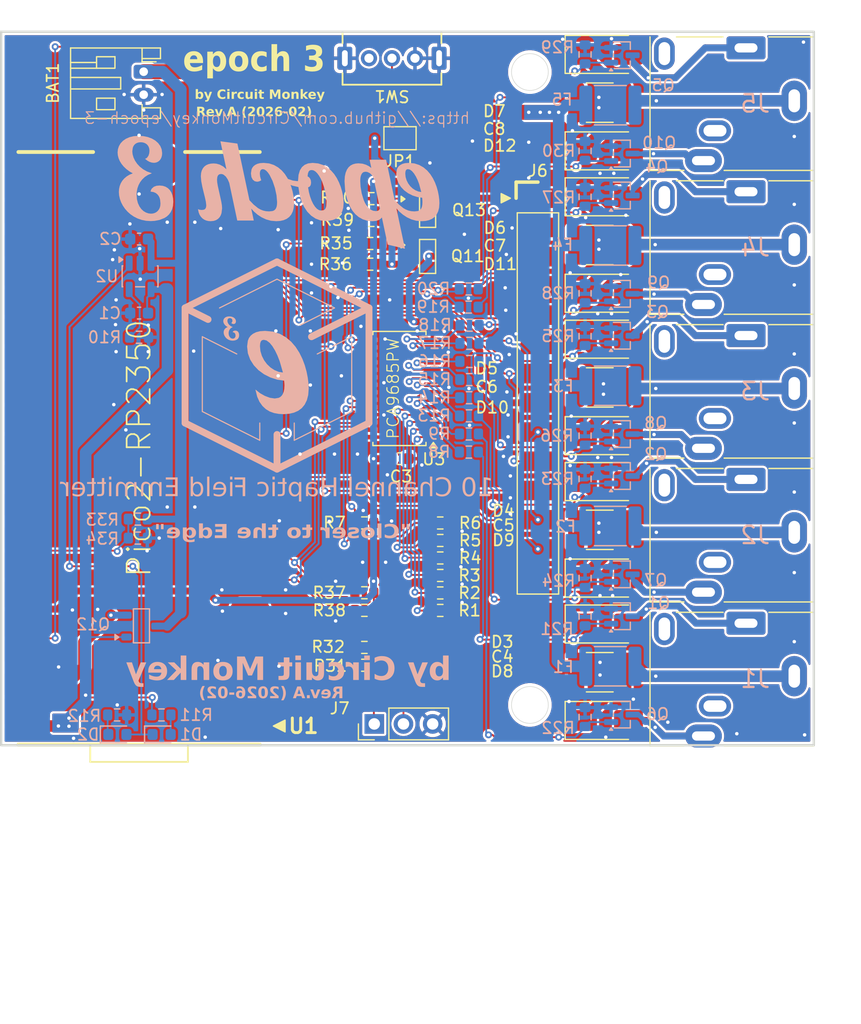
<source format=kicad_pcb>
(kicad_pcb (version 20241229) (generator "pcbnew") (generator_version "9.0")
  (layers (0 "F.Cu" signal) (2 "B.Cu" signal) (13 "F.Paste" user) (15 "B.Paste" user) (5 "F.SilkS" user "F.Silkscreen") (7 "B.SilkS" user "B.Silkscreen") (1 "F.Mask" user) (3 "B.Mask" user) (25 "Edge.Cuts" user))
  (net 0 "")
  (net 1 "GND")
  (net 2 "VBAT")
  (net 3 "Vbus")
  (net 4 "+3.3V")
  (net 5 "/VMF12")
  (net 6 "/VMF34")
  (net 7 "/VMF56")
  (net 8 "/VMF78")
  (net 9 "/VMF910")
  (net 10 "/STAT")
  (net 11 "Net-(D1-A)")
  (net 12 "Net-(D2-K)")
  (net 13 "/VML1")
  (net 14 "/VML3")
  (net 15 "/VML5")
  (net 16 "/VML7")
  (net 17 "/VML9")
  (net 18 "/VML2")
  (net 19 "/VML4")
  (net 20 "/VML6")
  (net 21 "/VML8")
  (net 22 "/VML10")
  (net 23 "Vmot")
  (net 34 "SPI_MISO")
  (net 35 "SPI_MOSI")
  (net 36 "SPI_SCK")
  (net 37 "/VLED")
  (net 38 "TCH_SPI_CS")
  (net 39 "TFT_DC_RS")
  (net 40 "TFT_SPI_CS")
  (net 41 "TFT_RESET")
  (net 43 "/TX")
  (net 44 "/RX")
  (net 45 "Net-(Q1-G)")
  (net 46 "Net-(Q2-G)")
  (net 47 "Net-(Q3-G)")
  (net 48 "Net-(Q4-G)")
  (net 49 "Net-(Q5-G)")
  (net 50 "Net-(Q6-G)")
  (net 51 "Net-(Q7-G)")
  (net 52 "Net-(Q8-G)")
  (net 53 "Net-(Q9-G)")
  (net 54 "Net-(Q10-G)")
  (net 55 "Net-(Q11-G)")
  (net 56 "VSYS")
  (net 57 "Net-(Q13-E)")
  (net 58 "Net-(Q13-B)")
  (net 59 "Net-(U3-A0)")
  (net 60 "Net-(U3-A1)")
  (net 61 "Net-(U3-A2)")
  (net 62 "Net-(U3-A3)")
  (net 63 "Net-(U3-A4)")
  (net 64 "Net-(U3-A5)")
  (net 65 "Net-(U3-~{OE})")
  (net 66 "CH01")
  (net 67 "CH02")
  (net 68 "Net-(U2-PROG)")
  (net 69 "CH03")
  (net 70 "CH04")
  (net 71 "CH05")
  (net 72 "CH06")
  (net 73 "CH07")
  (net 74 "CH08")
  (net 75 "CH09")
  (net 76 "CH10")
  (net 77 "Net-(U1-GP0)")
  (net 78 "Net-(U1-GP1)")
  (net 79 "VbatLvl")
  (net 80 "LED_CS")
  (net 81 "PWM_SCL")
  (net 82 "PWM_SDA")
  (net 83 "Net-(SW1-C)")
  (footprint "CM_Connector_Audio:Jack_3.5mm_TRS_Tayda A-4780-Horizontal" (layer "F.Cu") (at 189 100 180)
    (property "Reference" "J3")
    (property "Value" "AudioJack2_Ground_Switch")
  )
  (footprint "CM_Connector_Audio:Jack_3.5mm_TRS_Tayda A-4780-Horizontal" (layer "F.Cu") (at 189 112.5 180)
    (property "Reference" "J2")
    (property "Value" "AudioJack2_Ground_Switch")
  )
  (footprint "CM_Connector_Audio:Jack_3.5mm_TRS_Tayda A-4780-Horizontal" (layer "F.Cu") (at 189 125 180)
    (property "Reference" "J1")
    (property "Value" "AudioJack2_Ground_Switch")
  )
  (footprint "Resistor_SMD:R_0603_1608Metric" (layer "F.Cu") (at 151.6 111.68)
    (property "Reference" "R7")
    (property "Value" "1K")
  )
  (footprint "CM_Connector_Audio:Jack_3.5mm_TRS_Tayda A-4780-Horizontal" (layer "F.Cu") (at 189 75 180)
    (property "Reference" "J5")
    (property "Value" "AudioJack2_Ground_Switch")
  )
  (footprint "Capacitor_SMD:C_1812_4532Metric" (layer "F.Cu") (at 172.0775 99.907943 180)
    (property "Reference" "C6")
    (property "Value" "22uF/16V")
  )
  (footprint "Diode_SMD:D_SMA" (layer "F.Cu") (at 172.5775 120.465105)
    (property "Reference" "D3")
    (property "Value" "NRVA4007T3G")
  )
  (footprint "Connector_JST:JST_PH_S2B-PH-K_1x02_P2.00mm_Horizontal" (layer "F.Cu") (at 132.4 72.47 -90)
    (property "Reference" "BAT1")
    (property "Value" "JST-PH")
  )
  (footprint "Connector_PinHeader_2.54mm:PinHeader_1x03_P2.54mm_Vertical" (layer "F.Cu") (at 152.46 129.15 90)
    (property "Reference" "J7")
    (property "Value" "Conn_01x03")
  )
  (footprint "Diode_SMD:D_SMA" (layer "F.Cu") (at 172.5775 116.473673)
    (property "Reference" "D9")
    (property "Value" "NRVA4007T3G")
  )
  (footprint "Resistor_SMD:R_0603_1608Metric" (layer "F.Cu") (at 152.2 85.4 180)
    (property "Reference" "R39")
    (property "Value" "1K")
  )
  (footprint "CM_Chip_Packages:SOT-23" (layer "F.Cu") (at 157.1 84.5)
    (property "Reference" "Q13")
    (property "Value" "BC846-SOT23")
  )
  (footprint "Diode_SMD:D_SMA" (layer "F.Cu") (at 172.5775 128.84797)
    (property "Reference" "D8")
    (property "Value" "NRVA4007T3G")
  )
  (footprint "Resistor_SMD:R_0603_1608Metric" (layer "F.Cu") (at 151.6 122.5)
    (property "Reference" "R32")
    (property "Value" "1K")
  )
  (footprint "Resistor_SMD:R_0603_1608Metric" (layer "F.Cu") (at 152.1 89.2 180)
    (property "Reference" "R36")
    (property "Value" "100K")
  )
  (footprint "Diode_SMD:D_SMA" (layer "F.Cu") (at 172.5775 95.71651)
    (property "Reference" "D5")
    (property "Value" "NRVA4007T3G")
  )
  (footprint "Package_SO:TSSOP-28_4.4x9.7mm_P0.65mm" (layer "F.Cu") (at 154.65 100 180)
    (property "Reference" "U3")
    (property "Value" "PCA9685PW")
  )
  (footprint "Capacitor_SMD:C_1812_4532Metric" (layer "F.Cu") (at 172.0775 87.533645 180)
    (property "Reference" "C7")
    (property "Value" "22uF/16V")
  )
  (footprint "Diode_SMD:D_SMA" (layer "F.Cu") (at 172.5775 108.090808)
    (property "Reference" "D4")
    (property "Value" "NRVA4007T3G")
  )
  (footprint "Resistor_SMD:R_0603_1608Metric" (layer "F.Cu") (at 151.6 124.05)
    (property "Reference" "R31")
    (property "Value" "1K")
  )
  (footprint "CM_Connector_Header:SolderPads_1x14_P2.54mm_SMT" (layer "F.Cu") (at 166.7 83.465)
    (property "Reference" "J6")
    (property "Value" "Conn_01x14")
  )
  (footprint "Resistor_SMD:R_0603_1608Metric" (layer "F.Cu") (at 151.6 117.75 180)
    (property "Reference" "R37")
    (property "Value" "4.7K")
  )
  (footprint "Resistor_SMD:R_0603_1608Metric" (layer "F.Cu") (at 158.2 119.287857)
    (property "Reference" "R1")
    (property "Value" "1K")
  )
  (footprint "Diode_SMD:D_SMA" (layer "F.Cu") (at 172.5775 83.342213)
    (property "Reference" "D6")
    (property "Value" "NRVA4007T3G")
  )
  (footprint "Capacitor_SMD:C_1812_4532Metric" (layer "F.Cu") (at 172.0775 75.159348 180)
    (property "Reference" "C8")
    (property "Value" "22uF/16V")
  )
  (footprint "CM_Connector_Audio:Jack_3.5mm_TRS_Tayda A-4780-Horizontal" (layer "F.Cu") (at 189 87.5 180)
    (property "Reference" "J4")
    (property "Value" "AudioJack2_Ground_Switch")
  )
  (footprint "Resistor_SMD:R_0603_1608Metric" (layer "F.Cu") (at 158.2 113.207857)
    (property "Reference" "R5")
    (property "Value" "1K")
  )
  (footprint "Diode_SMD:D_SMA" (layer "F.Cu") (at 172.5775 104.099375)
    (property "Reference" "D10")
    (property "Value" "NRVA4007T3G")
  )
  (footprint "Resistor_SMD:R_0603_1608Metric" (layer "F.Cu") (at 151.6 119.28 180)
    (property "Reference" "R38")
    (property "Value" "4.7K")
  )
  (footprint "Resistor_SMD:R_0603_1608Metric" (layer "F.Cu") (at 158.2 114.727857)
    (property "Reference" "R4")
    (property "Value" "1K")
  )
  (footprint "CM_Chip_Packages:RaspberryPi-Pico2" (layer "F.Cu") (at 132 105.2 180)
    (property "Reference" "U1")
    (property "Value" "Pico2-RP2350")
  )
  (footprint "Resistor_SMD:R_0603_1608Metric" (layer "F.Cu") (at 158.2 111.687857)
    (property "Reference" "R6")
    (property "Value" "1K")
  )
  (footprint "Diode_SMD:D_SMA" (layer "F.Cu") (at 172.5775 79.35078)
    (property "Reference" "D12")
    (property "Value" "NRVA4007T3G")
  )
  (footprint "Capacitor_SMD:C_1812_4532Metric" (layer "F.Cu") (at 172.0775 124.656538 180)
    (property "Reference" "C4")
    (property "Value" "22uF/16V")
  )
  (footprint "Resistor_SMD:R_0603_1608Metric" (layer "F.Cu") (at 152.1 87.4 180)
    (property "Reference" "R35")
    (property "Value" "1K")
  )
  (footprint "CM_Switches:SameSky-Slide-8x4mm-SPDT-THD" (layer "F.Cu") (at 154 71.3 180)
    (property "Reference" "SW1")
    (property "Value" "SameSky-Side-Slide")
  )
  (footprint "Capacitor_SMD:C_0603_1608Metric" (layer "F.Cu") (at 154.65 106.1)
    (property "Reference" "C3")
    (property "Value" "0.01uF")
  )
  (footprint "Resistor_SMD:R_0603_1608Metric" (layer "F.Cu") (at 152.2 83.5 180)
    (property "Reference" "R40")
    (property "Value" "100K")
  )
  (footprint "CM_Chip_Packages:SOT-23" (layer "F.Cu") (at 157.1 88.5)
    (property "Reference" "Q11")
    (property "Value" "DMG2305")
  )
  (footprint "Capacitor_SMD:C_1812_4532Metric" (layer "F.Cu") (at 172.0775 112.28224 180)
    (property "Reference" "C5")
    (property "Value" "22uF/16V")
  )
  (footprint "Diode_SMD:D_SMA" (layer "F.Cu") (at 172.5775 70.967915)
    (property "Reference" "D7")
    (property "Value" "NRVA4007T3G")
  )
  (footprint "Diode_SMD:D_SMA" (layer "F.Cu") (at 172.5775 91.725078)
    (property "Reference" "D11")
    (property "Value" "NRVA4007T3G")
  )
  (footprint "Resistor_SMD:R_0603_1608Metric" (layer "F.Cu") (at 158.2 117.767857)
    (property "Reference" "R2")
    (property "Value" "1K")
  )
  (footprint "Jumper:SolderJumper-2_P1.3mm_Open_TrianglePad1.0x1.5mm" (layer "F.Cu") (at 154.7 78.25)
    (property "Reference" "JP1")
    (property "Value" "SolderJumper_2_Bridged")
  )
  (footprint "Resistor_SMD:R_0603_1608Metric" (layer "F.Cu") (at 158.2 116.247857)
    (property "Reference" "R3")
    (property "Value" "1K")
  )
  (footprint "Resistor_SMD:R_0603_1608Metric" (layer "B.Cu") (at 131.892432 111.35 180)
    (property "Reference" "R33")
    (property "Value" "100K")
  )
  (footprint "Package_TO_SOT_SMD:SOT-23-5" (layer "B.Cu") (at 132.0875 90.2525 -90)
    (property "Reference" "U2")
    (property "Value" "MCP73831T-2ACI/OT")
  )
  (footprint "Resistor_SMD:R_1812_4532Metric" (layer "B.Cu") (at 173 124.138928)
    (property "Reference" "F1")
    (property "Value" "MF-MSMF075")
  )
  (footprint "Capacitor_SMD:C_0603_1608Metric" (layer "B.Cu") (at 132 93.45 180)
    (property "Reference" "C1")
    (property "Value" "4.7uF/16V")
  )
  (footprint "LED_SMD:LED_0603_1608Metric" (layer "B.Cu") (at 130.112354 130.067767)
    (property "Reference" "D2")
    (property "Value" "BLU")
  )
  (footprint "Resistor_SMD:R_0603_1608Metric" (layer "B.Cu") (at 170.8 91.724058 90)
    (property "Reference" "R28")
    (property "Value" "100K")
  )
  (footprint "Resistor_SMD:R_0603_1608Metric" (layer "B.Cu") (at 160.707672 102.376866)
    (property "Reference" "R13")
    (property "Value" "100R")
  )
  (footprint "Resistor_SMD:R_0603_1608Metric" (layer "B.Cu") (at 170.8 119.8 90)
    (property "Reference" "R21")
    (property "Value" "100K")
  )
  (footprint "Resistor_SMD:R_0603_1608Metric" (layer "B.Cu") (at 131.892432 113)
    (property "Reference" "R34")
    (property "Value" "100K")
  )
  (footprint "Resistor_SMD:R_0603_1608Metric" (layer "B.Cu") (at 170.8 107.85 90)
    (property "Reference" "R23")
    (property "Value" "100K")
  )
  (footprint "Package_TO_SOT_SMD:SOT-323_SC-70" (layer "B.Cu") (at 174 119.794285)
    (property "Reference" "Q1")
    (property "Value" "Si1308EDL")
  )
  (footprint "Resistor_SMD:R_0603_1608Metric" (layer "B.Cu") (at 160.673809 92.926035)
    (property "Reference" "R19")
    (property "Value" "100R")
  )
  (footprint "Resistor_SMD:R_0603_1608Metric" (layer "B.Cu") (at 160.75 94.501173)
    (property "Reference" "R18")
    (property "Value" "100R")
  )
  (footprint "Resistor_SMD:R_0603_1608Metric" (layer "B.Cu") (at 160.724603 99.226589)
    (property "Reference" "R15")
    (property "Value" "100R")
  )
  (footprint "Package_TO_SOT_SMD:SOT-323_SC-70" (layer "B.Cu") (at 174 79.582857)
    (property "Reference" "Q10")
    (property "Value" "Si1308EDL")
  )
  (footprint "CM_Chip_Packages:SOT-23" (layer "B.Cu") (at 132.205 120.65)
    (property "Reference" "Q12")
    (property "Value" "DMG2305")
  )
  (footprint "Resistor_SMD:R_1812_4532Metric" (layer "B.Cu") (at 173 75.383214)
    (property "Reference" "F5")
    (property "Value" "MF-MSMF075")
  )
  (footprint "LED_SMD:LED_0603_1608Metric" (layer "B.Cu") (at 133.962354 130.067767)
    (property "Reference" "D1")
    (property "Value" "YEL")
  )
  (footprint "Resistor_SMD:R_0603_1608Metric" (layer "B.Cu") (at 170.8 83.342213 90)
    (property "Reference" "R27")
    (property "Value" "100K")
  )
  (footprint "Resistor_SMD:R_1812_4532Metric" (layer "B.Cu") (at 173 111.95)
    (property "Reference" "F2")
    (property "Value" "MF-MSMF075")
  )
  (footprint "Resistor_SMD:R_0603_1608Metric" (layer "B.Cu") (at 130.092354 128.367767)
    (property "Reference" "R12")
    (property "Value" "1K")
  )
  (footprint "Package_TO_SOT_SMD:SOT-323_SC-70" (layer "B.Cu") (at 174 103.960714)
    (property "Reference" "Q8")
    (property "Value" "Si1308EDL")
  )
  (footprint "Resistor_SMD:R_0603_1608Metric" (layer "B.Cu") (at 160.69074 105.527143)
    (property "Reference" "R8")
    (property "Value" "100R")
  )
  (footprint "Package_TO_SOT_SMD:SOT-323_SC-70" (layer "B.Cu") (at 174 71.038571)
    (property "Reference" "Q5")
    (property "Value" "Si1308EDL")
  )
  (footprint "Package_TO_SOT_SMD:SOT-323_SC-70" (layer "B.Cu") (at 174 95.416428)
    (property "Reference" "Q3")
    (property "Value" "Si1308EDL")
  )
  (footprint "Resistor_SMD:R_0603_1608Metric" (layer "B.Cu") (at 170.8 95.45 90)
    (property "Reference" "R25")
    (property "Value" "100K")
  )
  (footprint "Resistor_SMD:R_0603_1608Metric" (layer "B.Cu") (at 160.741534 96.076312)
    (property "Reference" "R17")
    (property "Value" "100R")
  )
  (footprint "Resistor_SMD:R_0603_1608Metric" (layer "B.Cu") (at 160.733069 97.65145)
    (property "Reference" "R16")
    (property "Value" "100R")
  )
  (footprint "Resistor_SMD:R_0603_1608Metric" (layer "B.Cu") (at 170.8 128.55 90)
    (property "Reference" "R22")
    (property "Value" "100K")
  )
  (footprint "Package_TO_SOT_SMD:SOT-323_SC-70" (layer "B.Cu") (at 174 128.338571)
    (property "Reference" "Q6")
    (property "Value" "Si1308EDL")
  )
  (footprint "Resistor_SMD:R_0603_1608Metric" (layer "B.Cu") (at 160.699206 103.952004)
    (property "Reference" "R9")
    (property "Value" "100R")
  )
  (footprint "Resistor_SMD:R_0603_1608Metric" (layer "B.Cu") (at 133.942354 128.367767)
    (property "Reference" "R11")
    (property "Value" "2K")
  )
  (footprint "Capacitor_SMD:C_0603_1608Metric" (layer "B.Cu") (at 132 87.015 180)
    (property "Reference" "C2")
    (property "Value" "4.7uF/16V")
  )
  (footprint "Resistor_SMD:R_1812_4532Metric" (layer "B.Cu") (at 173 87.572142)
    (property "Reference" "F4")
    (property "Value" "MF-MSMF075")
  )
  (footprint "Package_TO_SOT_SMD:SOT-323_SC-70" (layer "B.Cu") (at 174 116.149642)
    (property "Reference" "Q7")
    (property "Value" "Si1308EDL")
  )
  (footprint "Package_TO_SOT_SMD:SOT-323_SC-70" (layer "B.Cu") (at 174 91.771785)
    (property "Reference" "Q9")
    (property "Value" "Si1308EDL")
  )
  (footprint "Resistor_SMD:R_0603_1608Metric" (layer "B.Cu") (at 132 95.55)
    (property "Reference" "R10")
    (property "Value" "2K")
  )
  (footprint "Resistor_SMD:R_0603_1608Metric" (layer "B.Cu") (at 170.8 104.099375 90)
    (property "Reference" "R26")
    (property "Value" "100K")
  )
  (footprint "Resistor_SMD:R_0603_1608Metric" (layer "B.Cu") (at 170.8 79.35078 90)
    (property "Reference" "R30")
    (property "Value" "100K")
  )
  (footprint "Resistor_SMD:R_0603_1608Metric" (layer "B.Cu") (at 170.8 116.472653 90)
    (property "Reference" "R24")
    (property "Value" "100K")
  )
  (footprint "Package_TO_SOT_SMD:SOT-323_SC-70" (layer "B.Cu") (at 174 83.2275)
    (property "Reference" "Q4")
    (property "Value" "Si1308EDL")
  )
  (footprint "Resistor_SMD:R_0603_1608Metric" (layer "B.Cu") (at 160.682275 91.350896)
    (property "Reference" "R20")
    (property "Value" "100R")
  )
  (footprint "Package_TO_SOT_SMD:SOT-323_SC-70" (layer "B.Cu") (at 174 107.605357)
    (property "Reference" "Q2")
    (property "Value" "Si1308EDL")
  )
  (footprint "Resistor_SMD:R_0603_1608Metric" (layer "B.Cu") (at 160.716137 100.801727)
    (property "Reference" "R14")
    (property "Value" "100R")
  )
  (footprint "Resistor_SMD:R_0603_1608Metric" (layer "B.Cu") (at 170.8 70.967915 90)
    (property "Reference" "R29")
    (property "Value" "100K")
  )
  (footprint "Resistor_SMD:R_1812_4532Metric" (layer "B.Cu") (at 173 99.761071)
    (property "Reference" "F3")
    (property "Value" "MF-MSMF075")
  )
  (gr_line (start 144 90.5) (end 139 93) (stroke (width 0.1)) (layer "B.SilkS"))
  (gr_line (start 138 94) (end 136 93) (stroke (width 0.6)) (layer "B.SilkS"))
  (gr_line (start 152 93) (end 152 103) (stroke (width 0.6)) (layer "B.SilkS"))
  (gr_poly (pts (xy 154.232857 83.622638) (xy 154.232981 83.622638) (xy 154.60655 84.013732) (xy 154.994225 84.32789) (xy 155.205869 84.446436) (xy 155.433618 84.5369) (xy 155.676691 84.592873) (xy 155.957641 84.612555) (xy 156.261967 84.577506) (xy 156.381017 84.528262) (xy 156.476535 84.45398) (xy 156.549801 84.352738) (xy 156.607327 84.208211) (xy 156.63943 84.039148) (xy 156.651779 83.803867) (xy 156.64494 83.620501) (xy 156.629125 83.424313) (xy 156.205372 83.361765) (xy 155.79009 83.228552) (xy 155.402379 83.032227) (xy 155.06646 82.786168) (xy 154.782976 82.48785) (xy 154.563808 82.14332) (xy 154.423181 81.761498) (xy 154.375741 81.345745) (xy 154.378182 81.326939) (xy 155.158783 81.326939) (xy 155.18781 81.624876) (xy 155.275043 81.912511) (xy 155.411551 82.180345) (xy 155.585781 82.415163) (xy 155.795613 82.615212) (xy 156.03586 82.773345) (xy 156.295496 82.881777) (xy 156.547915 82.928073) (xy 156.358565 82.223249) (xy 156.225516 81.875167) (xy 156.080312 81.57741) (xy 155.912376 81.311103) (xy 155.746493 81.115363) (xy 155.560924 80.979274) (xy 155.388738 80.938837) (xy 155.277356 80.965857) (xy 155.208792 81.043556) (xy 155.172774 81.158414) (xy 155.158783 81.326939) (xy 154.378182 81.326939) (xy 154.421903 80.990128) (xy 154.487476 80.82839) (xy 154.592445 80.686656) (xy 154.733437 80.570901) (xy 154.927119 80.475081) (xy 155.15403 80.417253) (xy 155.469949 80.395152) (xy 155.956072 80.441962) (xy 156.370106 80.575526) (xy 156.740988 80.785924) (xy 157.057833 81.051677) (xy 157.328567 81.36606) (xy 157.557492 81.721879) (xy 157.744443 82.101613) (xy 157.888747 82.484406) (xy 157.997346 82.872286) (xy 158.070402 83.24223) (xy 158.114718 83.60187) (xy 158.128105 83.894481) (xy 158.098936 84.295878) (xy 158.019539 84.60999) (xy 157.884816 84.883529) (xy 157.707946 85.095117) (xy 157.486433 85.257601) (xy 157.220254 85.372944) (xy 156.925454 85.439014) (xy 156.584246 85.462275) (xy 156.112545 85.422211) (xy 155.692637 85.306265) (xy 155.302739 85.124419) (xy 154.952765 84.89551) (xy 154.636008 84.622989) (xy 154.387667 84.352327) (xy 155.131428 87.857992) (xy 153.624328 87.496818) (xy 153.122531 85.134868) (xy 153.030635 85.240869) (xy 152.865221 85.355847) (xy 152.625008 85.433211) (xy 152.296746 85.462275) (xy 151.838876 85.419098) (xy 151.452154 85.296435) (xy 151.106536 85.101878) (xy 150.814436 84.856187) (xy 150.568596 84.562497) (xy 150.365212 84.224025) (xy 150.202396 83.859302) (xy 150.074563 83.480306) (xy 149.980208 83.092527) (xy 149.918981 82.708376) (xy 149.873246 81.991585) (xy 149.874998 81.962947) (xy 151.239296 81.962947) (xy 151.270498 82.47543) (xy 151.368379 83.050316) (xy 151.539776 83.617082) (xy 151.657759 83.881218) (xy 151.796231 84.109048) (xy 151.961936 84.305597) (xy 152.146292 84.454407) (xy 152.356195 84.550965) (xy 152.59808 84.583917) (xy 152.747928 84.564862) (xy 152.845987 84.515102) (xy 152.957117 84.371914) (xy 152.379666 81.638104) (xy 152.227946 81.427228) (xy 152.062517 81.283769) (xy 151.879481 81.191494) (xy 151.71844 81.163662) (xy 151.569696 81.184606) (xy 151.491438 81.218323) (xy 151.414968 81.283769) (xy 151.351956 81.375638) (xy 151.291442 81.522699) (xy 151.254155 81.697949) (xy 151.239296 81.962947) (xy 149.874998 81.962947) (xy 149.898871 81.57281) (xy 149.96728 81.255559) (xy 150.082569 80.978014) (xy 150.223735 80.774706) (xy 150.40192 80.618009) (xy 150.608845 80.513122) (xy 150.836588 80.453477) (xy 151.082431 80.433193) (xy 151.442805 80.464953) (xy 151.737674 80.553727) (xy 152.000499 80.687182) (xy 152.203567 80.831553) (xy 152.050122 80.117753) (xy 153.489262 80.117753)) (fill yes) (layer "B.SilkS"))
  (gr_line (start 136 103) (end 136 93) (stroke (width 0.6)) (layer "B.SilkS"))
  (gr_line (start 147 95.5) (end 152 93) (stroke (width 0.6)) (layer "B.SilkS"))
  (gr_line (start 137.5 102) (end 142.5 104.5) (stroke (width 0.1)) (layer "B.SilkS"))
  (gr_line (start 137.5 95.5) (end 140.5 97) (stroke (width 0.1)) (layer "B.SilkS"))
  (gr_line (start 144 90.5) (end 149 93) (stroke (width 0.1)) (layer "B.SilkS"))
  (gr_line (start 145.5 104.5) (end 145.5 103) (stroke (width 0.1)) (layer "B.SilkS"))
  (gr_line (start 147.5 97) (end 150.5 95.5) (stroke (width 0.1)) (layer "B.SilkS"))
  (gr_line (start 152 103) (end 144 107) (stroke (width 0.6)) (layer "B.SilkS"))
  (gr_line (start 136 93) (end 144 89) (stroke (width 0.6)) (layer "B.SilkS"))
  (gr_poly (pts (xy 139.965067 93.742032) (xy 140.073516 93.764926) (xy 140.173984 93.80277) (xy 140.257308 93.851755) (xy 140.327412 93.913687) (xy 140.380285 93.9856) (xy 140.413913 94.067292) (xy 140.425347 94.159134) (xy 140.42121 94.214561) (xy 140.409594 94.260983) (xy 140.390572 94.302427) (xy 140.366607 94.335355) (xy 140.33682 94.361861) (xy 140.302371 94.381151) (xy 140.264566 94.392852) (xy 140.224458 94.396782) (xy 140.172764 94.391172) (xy 140.117968 94.373579) (xy 140.065115 94.344976) (xy 140.011356 94.302505) (xy 140.037995 94.290912) (xy 140.060571 94.272463) (xy 140.094032 94.222637) (xy 140.112472 94.163286) (xy 140.117846 94.10308) (xy 140.113811 94.055377) (xy 140.102214 94.013565) (xy 140.083015 93.976028) (xy 140.057762 93.9453) (xy 140.02638 93.920558) (xy 139.988153 93.90158) (xy 139.945533 93.889903) (xy 139.896562 93.885826) (xy 139.8454 93.890314) (xy 139.803017 93.902923) (xy 139.765836 93.923655) (xy 139.736094 93.950795) (xy 139.713008 93.983996) (xy 139.696405 94.023824) (xy 139.68346 94.115415) (xy 139.69084 94.189473) (xy 139.714234 94.270509) (xy 139.751666 94.34932) (xy 139.805093 94.427557) (xy 139.871467 94.49884) (xy 139.954692 94.564944) (xy 140.049572 94.618822) (xy 140.161565 94.660443) (xy 140.070019 94.7001) (xy 139.994259 94.75069) (xy 139.929705 94.8121) (xy 139.878854 94.879162) (xy 139.839443 94.952504) (xy 139.811809 95.030104) (xy 139.795357 95.110239) (xy 139.78995 95.189228) (xy 139.79871 95.307317) (xy 139.8228 95.40172) (xy 139.86148 95.485324) (xy 139.908163 95.550586) (xy 139.964573 95.603023) (xy 140.025033 95.638757) (xy 140.089796 95.660482) (xy 140.15204 95.667456) (xy 140.198927 95.663328) (xy 140.24302 95.651092) (xy 140.283483 95.630691) (xy 140.318858 95.602487) (xy 140.347998 95.567143) (xy 140.37137 95.52323) (xy 140.385947 95.473608) (xy 140.391153 95.413321) (xy 140.382971 95.320387) (xy 140.370367 95.271399) (xy 140.348899 95.225498) (xy 140.317828 95.184706) (xy 140.274405 95.148928) (xy 140.220528 95.124276) (xy 140.145201 95.111315) (xy 140.156995 95.072997) (xy 140.174632 95.043049) (xy 140.224458 94.998719) (xy 140.289426 94.974783) (xy 140.363798 94.967944) (xy 140.444937 94.975676) (xy 140.511443 94.997376) (xy 140.56937 95.032725) (xy 140.617322 95.07993) (xy 140.654413 95.137424) (xy 140.681558 95.207058) (xy 140.69723 95.282928) (xy 140.702685 95.368258) (xy 140.694658 95.471584) (xy 140.672643 95.553394) (xy 140.637181 95.62562) (xy 140.593997 95.68321) (xy 140.54215 95.730687) (xy 140.484698 95.767229) (xy 140.361722 95.815711) (xy 140.242898 95.838182) (xy 140.145201 95.843677) (xy 140.028636 95.836197) (xy 139.92123 95.814368) (xy 139.819573 95.778961) (xy 139.728523 95.733035) (xy 139.645357 95.676414) (xy 139.572085 95.611402) (xy 139.508027 95.53866) (xy 139.455337 95.461803) (xy 139.41294 95.379924) (xy 139.382186 95.29584) (xy 139.36314 95.209491) (xy 139.356907 95.124993) (xy 139.362067 95.050863) (xy 139.377424 94.979546) (xy 139.403526 94.911833) (xy 139.440927 94.84912) (xy 139.489079 94.792687) (xy 139.550225 94.741165) (xy 139.621394 94.698621) (xy 139.70935 94.663251) (xy 139.617203 94.609996) (xy 139.5407 94.552609) (xy 139.473903 94.488478) (xy 139.421143 94.423527) (xy 139.37888 94.354074) (xy 139.349458 94.284187) (xy 139.331387 94.212191) (xy 139.325522 94.142648) (xy 139.333731 94.063774) (xy 139.358373 93.988286) (xy 139.398885 93.91937) (xy 139.45668 93.857861) (xy 139.528499 93.80799) (xy 139.619957 93.767735) (xy 139.722186 93.74302) (xy 139.846003 93.734152)) (fill yes) (layer "B.SilkS"))
  (gr_line (start 144 104) (end 144 107) (stroke (width 0.6)) (layer "B.SilkS"))
  (gr_line (start 144 107) (end 136 103) (stroke (width 0.6)) (layer "B.SilkS"))
  (gr_line (start 142.5 104.5) (end 142.5 103) (stroke (width 0.1)) (layer "B.SilkS"))
  (gr_line (start 150.5 102) (end 145.5 104.5) (stroke (width 0.1)) (layer "B.SilkS"))
  (gr_line (start 150.5 95.5) (end 150.5 102) (stroke (width 0.1)) (layer "B.SilkS"))
  (gr_poly (pts (xy 143.654674 95.05993) (xy 144.246074 95.25075) (xy 144.775906 95.551319) (xy 145.228541 95.930966) (xy 145.615304 96.380085) (xy 145.942341 96.888398) (xy 146.209412 97.430875) (xy 146.415561 97.977721) (xy 146.570703 98.531836) (xy 146.675069 99.060327) (xy 146.738377 99.574099) (xy 146.757501 99.992114) (xy 146.714882 100.565321) (xy 146.598743 101.01427) (xy 146.404655 101.405439) (xy 146.154221 101.707309) (xy 145.841253 101.93943) (xy 145.464235 102.104204) (xy 145.046634 102.198659) (xy 144.566032 102.231821) (xy 144.14568 102.207537) (xy 143.747819 102.135956) (xy 143.372274 102.003291) (xy 143.030966 101.79829) (xy 142.733985 101.52244) (xy 142.472871 101.157152) (xy 142.275977 100.716855) (xy 142.118108 100.08859) (xy 142.527826 100.41038) (xy 142.94487 100.644242) (xy 143.378401 100.806664) (xy 143.800942 100.867725) (xy 144.134944 100.814602) (xy 144.276784 100.74311) (xy 144.401168 100.63203) (xy 144.499314 100.485715) (xy 144.581908 100.27971) (xy 144.630662 100.043125) (xy 144.649075 99.725889) (xy 144.638695 99.526221) (xy 144.616713 99.320446) (xy 144.010909 99.231059) (xy 143.418091 99.040788) (xy 142.864218 98.760323) (xy 142.384333 98.40881) (xy 141.978864 97.982599) (xy 141.665648 97.490457) (xy 141.464753 96.944996) (xy 141.396981 96.351064) (xy 141.400469 96.324197) (xy 142.515614 96.324197) (xy 142.557003 96.750342) (xy 142.681699 97.164392) (xy 142.877624 97.549446) (xy 143.129274 97.88613) (xy 143.431872 98.172751) (xy 143.775907 98.400872) (xy 144.147955 98.554775) (xy 144.514131 98.612752) (xy 144.230198 97.628454) (xy 144.035633 97.13287) (xy 143.828419 96.702773) (xy 143.591431 96.315071) (xy 143.355198 96.028663) (xy 143.090124 95.828855) (xy 142.844731 95.769766) (xy 142.685091 95.808401) (xy 142.587055 95.919364) (xy 142.5356 96.083448) (xy 142.515614 96.324197) (xy 141.400469 96.324197) (xy 141.462927 95.843039) (xy 141.556602 95.611984) (xy 141.706559 95.409508) (xy 141.907976 95.244144) (xy 142.184665 95.107257) (xy 142.509357 95.024631) (xy 142.960746 94.993073)) (fill yes) (layer "B.SilkS"))
  (gr_line (start 144 89) (end 152 93) (stroke (width 0.6)) (layer "B.SilkS"))
  (gr_line (start 137.5 95.5) (end 137.5 102) (stroke (width 0.1)) (layer "B.SilkS"))
  (gr_poly (pts (xy 140.552817 78.717937) (xy 141.601701 83.63694) (xy 141.96161 84.013732) (xy 142.349284 84.32789) (xy 142.560929 84.446436) (xy 142.788677 84.5369) (xy 143.03175 84.592873) (xy 143.3127 84.612555) (xy 143.617027 84.577506) (xy 143.736076 84.528262) (xy 143.831594 84.45398) (xy 143.90486 84.352738) (xy 143.962386 84.208211) (xy 143.994489 84.039148) (xy 144.006838 83.803867) (xy 143.95683 83.215302) (xy 143.818771 82.578439) (xy 143.611043 81.963375) (xy 143.351596 81.439779) (xy 143.203634 81.227874) (xy 143.061374 81.075185) (xy 142.905362 80.970149) (xy 142.763032 80.938837) (xy 142.647827 80.965595) (xy 142.568126 81.043983) (xy 142.521641 81.160232) (xy 142.504012 81.326939) (xy 142.532454 81.592284) (xy 142.626683 81.910801) (xy 142.435065 82.005281) (xy 142.265509 82.0339) (xy 142.059063 81.989447) (xy 141.887238 81.851817) (xy 141.77226 81.625281) (xy 141.7308 81.307705) (xy 141.779527 80.977733) (xy 141.847188 80.82269) (xy 141.954771 80.684092) (xy 142.097652 80.570404) (xy 142.294146 80.475081) (xy 142.522767 80.41711) (xy 142.834839 80.395152) (xy 143.31583 80.441958) (xy 143.725165 80.575526) (xy 144.092714 80.785078) (xy 144.410755 81.04954) (xy 144.682607 81.362071) (xy 144.910415 81.717178) (xy 144.94295 81.783756) (xy 144.970682 81.797106) (xy 145.367759 81.928326) (xy 145.735345 81.977907) (xy 145.793902 81.977907) (xy 145.826814 81.972778) (xy 145.826814 81.97235) (xy 145.860939 81.562022) (xy 146.657728 81.562022) (xy 146.778705 81.639964) (xy 146.877852 81.757356) (xy 146.940444 81.904699) (xy 146.963337 82.101433) (xy 146.948577 82.246642) (xy 146.906489 82.369428) (xy 146.828772 82.464541) (xy 146.701753 82.522874) (xy 146.773521 82.932435) (xy 146.874432 83.3119) (xy 147.004294 83.6678) (xy 147.14371 83.954748) (xy 147.307603 84.204464) (xy 147.471973 84.38089) (xy 147.654459 84.500371) (xy 147.820324 84.536046) (xy 148.048996 84.503561) (xy 148.131929 84.458341) (xy 148.199023 84.386019) (xy 148.246614 84.290296) (xy 148.282798 84.149653) (xy 148.308443 83.755995) (xy 148.260999 83.215302) (xy 148.127643 82.612206) (xy 147.920341 82.018512) (xy 147.78992 81.740923) (xy 147.653628 81.506885) (xy 147.500138 81.300118) (xy 147.348874 81.149557) (xy 147.18152 81.04723) (xy 147.016765 81.015346) (xy 146.85819 81.042701) (xy 146.755608 81.136307) (xy 146.69064 81.308987) (xy 146.657728 81.562022) (xy 145.860939 81.562022) (xy 145.8713 81.437443) (xy 145.98968 81.04533) (xy 146.167485 80.762049) (xy 146.402608 80.563772) (xy 146.70565 80.439941) (xy 147.097976 80.395152) (xy 147.58404 80.441973) (xy 147.997705 80.575526) (xy 148.370082 80.785044) (xy 148.692698 81.049113) (xy 148.969706 81.361444) (xy 149.201762 81.714613) (xy 149.392 82.092389) (xy 149.542419 82.475002) (xy 149.657603 82.862476) (xy 149.734333 83.230262) (xy 149.780203 83.588331) (xy 149.794173 83.885077) (xy 149.762388 84.289719) (xy 149.675776 84.605288) (xy 149.532124 84.878165) (xy 149.347513 85.088279) (xy 149.11929 85.24792) (xy 148.845716 85.359266) (xy 148.545968 85.421805) (xy 148.212273 85.443469) (xy 147.771536 85.39168) (xy 147.354858 85.236168) (xy 146.97727 84.987742) (xy 146.638066 84.644611) (xy 146.358059 84.228951) (xy 146.121737 83.713252) (xy 145.956728 83.146075) (xy 145.861008 82.495519) (xy 145.34399 82.374448) (xy 145.177165 82.31087) (xy 145.241242 82.479704) (xy 145.351717 82.867983) (xy 145.425462 83.240093) (xy 145.469797 83.601602) (xy 145.483164 83.894481) (xy 145.453995 84.295878) (xy 145.374598 84.60999) (xy 145.239875 84.883529) (xy 145.063005 85.095117) (xy 144.841492 85.257601) (xy 144.575313 85.372944) (xy 144.280514 85.439014) (xy 143.939305 85.462275) (xy 143.467604 85.422211) (xy 143.047697 85.306265) (xy 142.657798 85.124419) (xy 142.307824 84.89551) (xy 141.991067 84.622989) (xy 141.757731 84.368679) (xy 141.978707 85.405001) (xy 140.539994 85.405001) (xy 139.844146 82.133917) (xy 139.711645 81.830873) (xy 139.544094 81.582111) (xy 139.347051 81.41798) (xy 139.238079 81.374068) (xy 139.121371 81.359423) (xy 138.977733 81.387529) (xy 138.87657 81.467522) (xy 138.808354 81.610707) (xy 138.78114 81.84797) (xy 138.796873 82.090827) (xy 138.850383 82.405332) (xy 139.000837 83.078954) (xy 139.151718 83.761124) (xy 139.205031 84.085193) (xy 139.220961 84.344132) (xy 139.172662 84.757024) (xy 139.106766 84.947884) (xy 139.007676 85.115206) (xy 138.873838 85.255859) (xy 138.699075 85.367815) (xy 138.492664 85.436879) (xy 138.222069 85.462275) (xy 138.027372 85.447719) (xy 137.842515 85.404573) (xy 137.669676 85.329663) (xy 137.512971 85.220353) (xy 137.378253 85.07977) (xy 137.263354 84.902776) (xy 137.180743 84.695189) (xy 137.124014 84.411665) (xy 137.254337 84.466289) (xy 137.466809 84.488174) (xy 137.659881 84.457049) (xy 137.765151 84.378326) (xy 137.823716 84.256144) (xy 137.84508 84.090669) (xy 137.809603 83.7701) (xy 137.721126 83.37174) (xy 137.608714 82.922516) (xy 137.496301 82.451066) (xy 137.407824 81.986028) (xy 137.37192 81.561168) (xy 137.393918 81.278789) (xy 137.454413 81.053814) (xy 137.554839 80.85748) (xy 137.684795 80.705035) (xy 137.845354 80.58776) (xy 138.036139 80.505855) (xy 138.244647 80.458825) (xy 138.475532 80.442596) (xy 138.724293 80.462258) (xy 139.006821 80.539194) (xy 139.313285 80.703326) (xy 139.59453 80.945676) (xy 139.074781 78.517902)) (fill yes) (layer "B.SilkS"))
  (gr_poly (pts (xy 132.383834 78.06997) (xy 132.765561 78.150744) (xy 133.118931 78.283797) (xy 133.412683 78.456353) (xy 133.660015 78.675083) (xy 133.846946 78.929512) (xy 133.965904 79.218232) (xy 134.006376 79.543294) (xy 133.991676 79.739777) (xy 133.950383 79.904468) (xy 133.882652 80.051942) (xy 133.796938 80.169472) (xy 133.690755 80.264062) (xy 133.567838 80.332748) (xy 133.432864 80.374659) (xy 133.289584 80.388741) (xy 133.105734 80.368879) (xy 132.911313 80.306675) (xy 132.722486 80.202962) (xy 132.516372 80.03868) (xy 132.626668 79.993015) (xy 132.706577 79.930114) (xy 132.820699 79.759571) (xy 132.883958 79.554835) (xy 132.902765 79.347106) (xy 132.888855 79.182689) (xy 132.848909 79.038933) (xy 132.783198 78.909993) (xy 132.696746 78.804704) (xy 132.588834 78.719926) (xy 132.457388 78.654678) (xy 132.310803 78.614452) (xy 132.141948 78.600395) (xy 131.965804 78.615884) (xy 131.820097 78.659379) (xy 131.692376 78.730368) (xy 131.59057 78.823083) (xy 131.511623 78.937072) (xy 131.454649 79.074409) (xy 131.409769 79.390276) (xy 131.435378 79.646984) (xy 131.516625 79.928404) (xy 131.646662 80.202194) (xy 131.832492 80.474226) (xy 132.06341 80.722112) (xy 132.353096 80.952087) (xy 132.688612 81.140568) (xy 133.115195 81.297019) (xy 132.76102 81.447719) (xy 132.492437 81.624427) (xy 132.268071 81.837896) (xy 132.091512 82.070658) (xy 131.954639 82.325542) (xy 131.858565 82.595109) (xy 131.801304 82.873863) (xy 131.782484 83.148624) (xy 131.812935 83.559394) (xy 131.896606 83.887214) (xy 132.030923 84.177818) (xy 132.192812 84.404399) (xy 132.387987 84.585996) (xy 132.597156 84.70958) (xy 132.821169 84.784657) (xy 133.036121 84.808743) (xy 133.197678 84.794504) (xy 133.349424 84.752323) (xy 133.488617 84.682076) (xy 133.610153 84.585199) (xy 133.710645 84.46374) (xy 133.791381 84.312502) (xy 133.841437 84.141432) (xy 133.859342 83.932949) (xy 133.831132 83.61067) (xy 133.78729 83.441006) (xy 133.713162 83.282835) (xy 133.606337 83.142413) (xy 133.456707 83.019114) (xy 133.26942 82.934427) (xy 132.995516 82.888322) (xy 133.040904 82.737944) (xy 133.104082 82.628875) (xy 133.282745 82.470301) (xy 133.513982 82.384816) (xy 133.777276 82.360452) (xy 134.064157 82.38784) (xy 134.299589 82.464744) (xy 134.505022 82.590083) (xy 134.674869 82.75753) (xy 134.806441 82.960992) (xy 134.902259 83.206754) (xy 134.957752 83.47446) (xy 134.977058 83.775229) (xy 134.948741 84.139357) (xy 134.871057 84.427907) (xy 134.745854 84.683076) (xy 134.59323 84.886534) (xy 134.409979 85.05458) (xy 134.207266 85.183594) (xy 133.773857 85.354564) (xy 133.355835 85.433638) (xy 133.012185 85.452872) (xy 132.602449 85.426593) (xy 132.224441 85.349863) (xy 131.867012 85.225395) (xy 131.546973 85.063915) (xy 131.254309 84.864498) (xy 130.996877 84.636063) (xy 130.771414 84.380106) (xy 130.585694 84.109475) (xy 130.436568 83.821533) (xy 130.328384 83.525613) (xy 130.261409 83.221619) (xy 130.23948 82.923798) (xy 130.257757 82.662284) (xy 130.312142 82.410888) (xy 130.404126 82.17179) (xy 130.536113 81.950124) (xy 130.706037 81.751004) (xy 130.92165 81.569289) (xy 131.168466 81.419917) (xy 131.450802 81.304713) (xy 131.152724 81.131252) (xy 130.887456 80.930716) (xy 130.652441 80.70525) (xy 130.466442 80.476363) (xy 130.31771 80.231864) (xy 130.213834 79.985252) (xy 130.150266 79.731127) (xy 130.129631 79.485592) (xy 130.158687 79.206635) (xy 130.245891 78.93977) (xy 130.389218 78.69584) (xy 130.593387 78.478579) (xy 130.847003 78.302532) (xy 131.169556 78.160574) (xy 131.529524 78.073429) (xy 131.964994 78.042178)) (fill yes) (layer "B.SilkS"))
  (gr_line (start 149 93) (end 146 94.5) (stroke (width 0.1)) (layer "B.SilkS"))
  (gr_rect (start 120 69) (end 190.7 131) (stroke (width 0.2)) (fill no) (layer "Edge.Cuts"))
  (gr_circle (center 166 72.5) (end 167.6 72.5) (stroke (width 0.05)) (fill no) (layer "Edge.Cuts"))
  (gr_circle (center 166 127.5) (end 167.6 127.5) (stroke (width 0.05)) (fill no) (layer "Edge.Cuts"))
  (gr_text "epoch 3" (at 142 71.5 0) (layer "F.SilkS") (effects (font (size 2.2 2) (thickness 0.5) (bold yes))))
  (gr_text "Rev.A (2026-02)" (at 142 76 0) (layer "F.SilkS") (effects (font (size 0.8 0.8) (thickness 0.2) (bold yes))))
  (gr_text "by Circuit Monkey" (at 142.5 74.5 0) (layer "F.SilkS") (effects (font (size 0.8 0.8) (thickness 0.2) (bold yes) (italic yes))))
  (gr_text "by Circuit Monkey" (at 145 124.5 0) (layer "B.SilkS") (effects (font (size 2 2) (thickness 0.4) (bold yes)) (justify mirror)))
  (gr_text "{dblquote}Closer to the Edge{dblquote}" (at 144.5 112.5 0) (layer "B.SilkS") (effects (font (size 1.2 1.4) (thickness 0.1) (italic yes)) (justify mirror)))
  (gr_text "Rev.A (2026-02)" (at 143.5 126.5 0) (layer "B.SilkS") (effects (font (size 1 1) (thickness 0.25) (bold yes)) (justify mirror)))
  (gr_text "10 Channel Haptic Field Emmitter" (at 143.97903 108.692797 0) (layer "B.SilkS") (effects (font (size 1.6 1.6) (thickness 0.1)) (justify mirror)))
  (gr_text "https://github.com/CircuitMonkey/epoch-3" (at 144 76.5 0) (layer "B.SilkS") (effects (font (size 1 1) (thickness 0.1)) (justify mirror)))
  (via (at 133.75 113) (size 0.6) (drill 0.3) (layers "F.Cu" "B.Cu") (net 1))
  (via (at 144.1 86.2) (size 0.6) (drill 0.3) (layers "F.Cu" "B.Cu") (net 1))
  (via (at 139.2 117.5) (size 0.6) (drill 0.3) (layers "F.Cu" "B.Cu") (net 1))
  (via (at 147 89.2) (size 0.6) (drill 0.3) (layers "F.Cu" "B.Cu") (net 1))
  (via (at 129.85 87.95) (size 0.6) (drill 0.3) (layers "F.Cu" "B.Cu") (net 1))
  (via (at 169.5 89.95) (size 0.6) (drill 0.3) (layers "F.Cu" "B.Cu") (net 1))
  (via (at 136.85 110.3) (size 0.6) (drill 0.3) (layers "F.Cu" "B.Cu") (net 1))
  (via (at 146 105.7) (size 0.6) (drill 0.3) (layers "F.Cu" "B.Cu") (net 1))
  (via (at 149.1 120.2) (size 0.6) (drill 0.3) (layers "F.Cu" "B.Cu") (net 1))
  (via (at 172.4 99.6) (size 0.6) (drill 0.3) (layers "F.Cu" "B.Cu") (net 1))
  (via (at 164.2 97.05) (size 0.6) (drill 0.3) (layers "F.Cu" "B.Cu") (net 1))
  (via (at 151.5 110.6) (size 0.6) (drill 0.3) (layers "F.Cu" "B.Cu") (net 1))
  (via (at 132 78) (size 0.6) (drill 0.3) (layers "F.Cu" "B.Cu") (net 1))
  (via (at 168.85 69.65) (size 0.6) (drill 0.3) (layers "F.Cu" "B.Cu") (net 1))
  (via (at 172.6 130.3) (size 0.6) (drill 0.3) (layers "F.Cu" "B.Cu") (net 1))
  (via (at 134.45 110.3) (size 0.6) (drill 0.3) (layers "F.Cu" "B.Cu") (net 1))
  (via (at 174.35 84.95) (size 0.6) (drill 0.3) (layers "F.Cu" "B.Cu") (net 1))
  (via (at 160.75 103.2) (size 0.6) (drill 0.3) (layers "F.Cu" "B.Cu") (net 1))
  (via (at 160.1 117) (size 0.6) (drill 0.3) (layers "F.Cu" "B.Cu") (net 1))
  (via (at 184 130) (size 0.6) (drill 0.3) (layers "F.Cu" "B.Cu") (net 1))
  (via (at 157.3 80.4) (size 0.6) (drill 0.3) (layers "F.Cu" "B.Cu") (net 1))
  (via (at 189 78.1) (size 0.6) (drill 0.3) (layers "F.Cu" "B.Cu") (net 1))
  (via (at 164.3 107.6) (size 0.6) (drill 0.3) (layers "F.Cu" "B.Cu") (net 1))
  (via (at 189.8 69.9) (size 0.6) (drill 0.3) (layers "F.Cu" "B.Cu") (net 1))
  (via (at 164.3 110.9) (size 0.6) (drill 0.3) (layers "F.Cu" "B.Cu") (net 1))
  (via (at 172 87.9) (size 0.6) (drill 0.3) (layers "F.Cu" "B.Cu") (net 1))
  (via (at 172.1 124.9) (size 0.6) (drill 0.3) (layers "F.Cu" "B.Cu") (net 1))
  (via (at 149.6 98.9) (size 0.6) (drill 0.3) (layers "F.Cu" "B.Cu") (net 1))
  (via (at 169.5 106.7) (size 0.6) (drill 0.3) (layers "F.Cu" "B.Cu") (net 1))
  (via (at 160.65 92.15) (size 0.6) (drill 0.3) (layers "F.Cu" "B.Cu") (net 1))
  (via (at 158.95 99.9) (size 0.6) (drill 0.3) (layers "F.Cu" "B.Cu") (net 1))
  (via (at 158.9 96.85) (size 0.6) (drill 0.3) (layers "F.Cu" "B.Cu") (net 1))
  (via (at 172 87.1) (size 0.6) (drill 0.3) (layers "F.Cu" "B.Cu") (net 1))
  (via (at 173.2 118) (size 0.6) (drill 0.3) (layers "F.Cu" "B.Cu") (net 1))
  (via (at 173.9 90.1) (size 0.6) (drill 0.3) (layers "F.Cu" "B.Cu") (net 1))
  (via (at 189 91) (size 0.6) (drill 0.3) (layers "F.Cu" "B.Cu") (net 1))
  (via (at 189 116) (size 0.6) (drill 0.3) (layers "F.Cu" "B.Cu") (net 1))
  (via (at 149 105.7) (size 0.6) (drill 0.3) (layers "F.Cu" "B.Cu") (net 1))
  (via (at 147 91.7) (size 0.6) (drill 0.3) (layers "F.Cu" "B.Cu") (net 1))
  (via (at 130.7 74.45) (size 0.6) (drill 0.3) (layers "F.Cu" "B.Cu") (net 1))
  (via (at 132.8 94.5) (size 0.6) (drill 0.3) (layers "F.Cu" "B.Cu") (net 1))
  (via (at 153.3 99.5) (size 0.6) (drill 0.3) (layers "F.Cu" "B.Cu") (net 1))
  (via (at 150.2 84.35) (size 0.6) (drill 0.3) (layers "F.Cu" "B.Cu") (net 1))
  (via (at 161 78.5) (size 0.6) (drill 0.3) (layers "F.Cu" "B.Cu") (net 1))
  (via (at 172 112.5) (size 0.6) (drill 0.3) (layers "F.Cu" "B.Cu") (net 1))
  (via (at 144.2 111.5) (size 0.6) (drill 0.3) (layers "F.Cu" "B.Cu") (net 1))
  (via (at 149.3 92.1) (size 0.6) (drill 0.3) (layers "F.Cu" "B.Cu") (net 1))
  (via (at 134 74.45) (size 0.6) (drill 0.3) (layers "F.Cu" "B.Cu") (net 1))
  (via (at 173.1 106) (size 0.6) (drill 0.3) (layers "F.Cu" "B.Cu") (net 1))
  (via (at 148.55 111.55) (size 0.6) (drill 0.3) (layers "F.Cu" "B.Cu") (net 1))
  (via (at 153.96581 111.522032) (size 0.6) (drill 0.3) (layers "F.Cu" "B.Cu") (net 1))
  (via (at 160.1 112.4) (size 0.6) (drill 0.3) (layers "F.Cu" "B.Cu") (net 1))
  (via (at 164.8 95.25) (size 0.6) (drill 0.3) (layers "F.Cu" "B.Cu") (net 1))
  (via (at 144.75 117.5) (size 0.6) (drill 0.3) (layers "F.Cu" "B.Cu") (net 1))
  (via (at 132 83.1) (size 0.6) (drill 0.3) (layers "F.Cu" "B.Cu") (net 1))
  (via (at 153.3 102.3) (size 0.6) (drill 0.3) (layers "F.Cu" "B.Cu") (net 1))
  (via (at 175 127) (size 0.6) (drill 0.3) (layers "F.Cu" "B.Cu") (net 1))
  (via (at 160.7 100) (size 0.6) (drill 0.3) (layers "F.Cu" "B.Cu") (net 1))
  (via (at 132.8 96.8) (size 0.6) (drill 0.3) (layers "F.Cu" "B.Cu") (net 1))
  (via (at 160.3 86.6) (size 0.6) (drill 0.3) (layers "F.Cu" "B.Cu") (net 1))
  (via (at 129.95 94.45) (size 0.6) (drill 0.3) (layers "F.Cu" "B.Cu") (net 1))
  (via (at 129.7 88.8) (size 0.6) (drill 0.3) (layers "F.Cu" "B.Cu") (net 1))
  (via (at 170.85 85.15) (size 0.6) (drill 0.3) (layers "F.Cu" "B.Cu") (net 1))
  (via (at 139.1 86.1) (size 0.6) (drill 0.3) (layers "F.Cu" "B.Cu") (net 1))
  (via (at 189 97) (size 0.6) (drill 0.3) (layers "F.Cu" "B.Cu") (net 1))
  (via (at 171.9 93.5) (size 0.6) (drill 0.3) (layers "F.Cu" "B.Cu") (net 1))
  (via (at 146.9 95) (size 0.6) (drill 0.3) (layers "F.Cu" "B.Cu") (net 1))
  (via (at 160.1 118.6) (size 0.6) (drill 0.3) (layers "F.Cu" "B.Cu") (net 1))
  (via (at 189 84) (size 0.6) (drill 0.3) (layers "F.Cu" "B.Cu") (net 1))
  (via (at 130.1 127.5) (size 0.6) (drill 0.3) (layers "F.Cu" "B.Cu") (net 1))
  (via (at 150.25 86.25) (size 0.6) (drill 0.3) (layers "F.Cu" "B.Cu") (net 1))
  (via (at 125 124.2) (size 0.6) (drill 0.3) (layers "F.Cu" "B.Cu") (net 1))
  (via (at 189 122) (size 0.6) (drill 0.3) (layers "F.Cu" "B.Cu") (net 1))
  (via (at 169.6 102.4) (size 0.6) (drill 0.3) (layers "F.Cu" "B.Cu") (net 1))
  (via (at 129.8 101.4) (size 0.6) (drill 0.3) (layers "F.Cu" "B.Cu") (net 1))
  (via (at 173.1 93.5) (size 0.6) (drill 0.3) (layers "F.Cu" "B.Cu") (net 1))
  (via (at 130.85 103.6) (size 0.6) (drill 0.3) (layers "F.Cu" "B.Cu") (net 1))
  (via (at 128.4 119.2) (size 0.6) (drill 0.3) (layers "F.Cu" "B.Cu") (net 1))
  (via (at 189 103) (size 0.6) (drill 0.3) (layers "F.Cu" "B.Cu") (net 1))
  (via (at 156.2 95) (size 0.6) (drill 0.3) (layers "F.Cu" "B.Cu") (net 1))
  (via (at 132.1 90.5) (size 0.6) (drill 0.3) (layers "F.Cu" "B.Cu") (net 1))
  (via (at 172 111.7) (size 0.6) (drill 0.3) (layers "F.Cu" "B.Cu") (net 1))
  (via (at 189.9 130.1) (size 0.6) (drill 0.3) (layers "F.Cu" "B.Cu") (net 1))
  (via (at 160 115.5) (size 0.6) (drill 0.3) (layers "F.Cu" "B.Cu") (net 1))
  (via (at 164.3 109.5) (size 0.6) (drill 0.3) (layers "F.Cu" "B.Cu") (net 1))
  (via (at 165.9 78.6) (size 0.6) (drill 0.3) (layers "F.Cu" "B.Cu") (net 1))
  (via (at 156.6 106.65) (size 0.6) (drill 0.3) (layers "F.Cu" "B.Cu") (net 1))
  (via (at 149.1 116.75) (size 0.6) (drill 0.3) (layers "F.Cu" "B.Cu") (net 1))
  (via (at 136.75 96.75) (size 0.6) (drill 0.3) (layers "F.Cu" "B.Cu") (net 1))
  (via (at 144.75 119.55) (size 0.6) (drill 0.3) (layers "F.Cu" "B.Cu") (net 1))
  (via (at 163.85 91.25) (size 0.6) (drill 0.3) (layers "F.Cu" "B.Cu") (net 1))
  (via (at 169.5 114.8) (size 0.6) (drill 0.3) (layers "F.Cu" "B.Cu") (net 1))
  (via (at 151.45 115.1) (size 0.6) (drill 0.3) (layers "F.Cu" "B.Cu") (net 1))
  (via (at 146.9 99.7) (size 0.6) (drill 0.3) (layers "F.Cu" "B.Cu") (net 1))
  (via (at 160.1 114) (size 0.6) (drill 0.3) (layers "F.Cu" "B.Cu") (net 1))
  (via (at 136.85 85.55) (size 0.6) (drill 0.3) (layers "F.Cu" "B.Cu") (net 1))
  (via (at 126.2 119.25) (size 0.6) (drill 0.3) (layers "F.Cu" "B.Cu") (net 1))
  (via (at 139.25 119.35) (size 0.6) (drill 0.3) (layers "F.Cu" "B.Cu") (net 1))
  (via (at 164.1 102.3) (size 0.6) (drill 0.3) (layers "F.Cu" "B.Cu") (net 1))
  (via (at 138.860154 123.629558) (size 0.6) (drill 0.3) (layers "F.Cu" "B.Cu") (net 1))
  (via (at 158.55 95.043162) (size 0.6) (drill 0.3) (layers "F.Cu" "B.Cu") (net 1))
  (via (at 173.1 69.6) (size 0.6) (drill 0.3) (layers "F.Cu" "B.Cu") (net 1))
  (via (at 172.1 81.3) (size 0.6) (drill 0.3) (layers "F.Cu" "B.Cu") (net 1))
  (via (at 163.7 105.9) (size 0.6) (drill 0.3) (layers "F.Cu" "B.Cu") (net 1))
  (via (at 163.95 88.35) (size 0.6) (drill 0.3) (layers "F.Cu" "B.Cu") (net 1))
  (via (at 172.1 123.8) (size 0.6) (drill 0.3) (layers "F.Cu" "B.Cu") (net 1))
  (via (at 169.7 77.6) (size 0.6) (drill 0.3) (layers "F.Cu" "B.Cu") (net 1))
  (via (at 134.45 85.55) (size 0.6) (drill 0.3) (layers "F.Cu" "B.Cu") (net 1))
  (via (at 130 92.3) (size 0.6) (drill 0.3) (layers "F.Cu" "B.Cu") (net 1))
  (via (at 153.45 115.1) (size 0.6) (drill 0.3) (layers "F.Cu" "B.Cu") (net 1))
  (via (at 172 75.6) (size 0.6) (drill 0.3) (layers "F.Cu" "B.Cu") (net 1))
  (via (at 131.2 85.7) (size 0.6) (drill 0.3) (layers "F.Cu" "B.Cu") (net 1))
  (via (at 172.4 100.5) (size 0.6) (drill 0.3) (layers "F.Cu" "B.Cu") (net 1))
  (via (at 171.9 106) (size 0.6) (drill 0.3) (layers "F.Cu" "B.Cu") (net 1))
  (via (at 144.1 98.9) (size 0.6) (drill 0.3) (layers "F.Cu" "B.Cu") (net 1))
  (via (at 165.9 81.7) (size 0.6) (drill 0.3) (layers "F.Cu" "B.Cu") (net 1))
  (via (at 153.4 95.7) (size 0.6) (drill 0.3) (layers "F.Cu" "B.Cu") (net 1))
  (via (at 164 100.3) (size 0.6) (drill 0.3) (layers "F.Cu" "B.Cu") (net 1))
  (via (at 153.8 92.3) (size 0.6) (drill 0.3) (layers "F.Cu" "B.Cu") (net 1))
  (via (at 126.3 130.4) (size 0.6) (drill 0.3) (layers "F.Cu" "B.Cu") (net 1))
  (via (at 144.167434 124.130468) (size 0.6) (drill 0.3) (layers "F.Cu" "B.Cu") (net 1))
  (via (at 172 74.7) (size 0.6) (drill 0.3) (layers "F.Cu" "B.Cu") (net 1))
  (via (at 153.6 107.5) (size 0.6) (drill 0.3) (layers "F.Cu" "B.Cu") (net 1))
  (via (at 132.7 114.1) (size 0.6) (drill 0.3) (layers "F.Cu" "B.Cu") (net 1))
  (via (at 173.3 81.3) (size 0.6) (drill 0.3) (layers "F.Cu" "B.Cu") (net 1))
  (via (at 151.3 94.6) (size 0.6) (drill 0.3) (layers "F.Cu" "B.Cu") (net 1))
  (via (at 149.7 89.1) (size 0.6) (drill 0.3) (layers "F.Cu" "B.Cu") (net 1))
  (via (at 164.1 104.2) (size 0.6) (drill 0.3) (layers "F.Cu" "B.Cu") (net 1))
  (via (at 163.9 93.2) (size 0.6) (drill 0.3) (layers "F.Cu" "B.Cu") (net 1))
  (via (at 189 109) (size 0.6) (drill 0.3) (layers "F.Cu" "B.Cu") (net 1))
  (via (at 143.9 95) (size 0.6) (drill 0.3) (layers "F.Cu" "B.Cu") (net 1))
  (via (at 147 85.6) (size 0.6) (drill 0.3) (layers "F.Cu" "B.Cu") (net 1))
  (via (at 137.75 130.3) (size 0.6) (drill 0.3) (layers "F.Cu" "B.Cu") (net 1))
  (via (at 151 105.7) (size 0.6) (drill 0.3) (layers "F.Cu" "B.Cu") (net 1))
  (via (at 164.45 86.05) (size 0.6) (drill 0.3) (layers "F.Cu" "B.Cu") (net 1))
  (via (at 178 129) (size 0.6) (drill 0.3) (layers "F.Cu" "B.Cu") (net 1))
  (via (at 130 96.8) (size 0.6) (drill 0.3) (layers "F.Cu" "B.Cu") (net 1))
  (via (at 132.4 75.8) (size 0.6) (drill 0.3) (layers "F.Cu" "B.Cu") (net 1))
  (via (at 172.1 118) (size 0.6) (drill 0.3) (layers "F.Cu" "B.Cu") (net 1))
  (via (at 132.05 87.85) (size 0.6) (drill 0.3) (layers "F.Cu" "B.Cu") (net 1))
  (via (at 169.4 127.2) (size 0.6) (drill 0.3) (layers "F.Cu" "B.Cu") (net 1))
  (segment (start 152.5 78.25) (end 153.975 78.25) (width 1.3) (layer "F.Cu") (net 2))
  (segment (start 135.6 72.47) (end 139.77 72.47) (width 1.3) (layer "F.Cu") (net 2))
  (segment (start 152.925 89.2) (end 155.55 89.2) (width 0.6) (layer "F.Cu") (net 2))
  (segment (start 132.4 72.47) (end 135.6 72.47) (width 1.3) (layer "F.Cu") (net 2))
  (segment (start 155.55 89.2) (end 155.8 89.45) (width 0.6) (layer "F.Cu") (net 2))
  (segment (start 139.77 72.47) (end 145.55 78.25) (width 1.3) (layer "F.Cu") (net 2))
  (segment (start 145.55 78.25) (end 152.5 78.25) (width 1.3) (layer "F.Cu") (net 2))
  (via (at 154 89.2) (size 0.6) (drill 0.3) (layers "F.Cu" "B.Cu") (net 2))
  (via (at 152.5 78.25) (size 0.6) (drill 0.3) (layers "F.Cu" "B.Cu") (net 2))
  (segment (start 134.45 120.65) (end 133.505 120.65) (width 0.6) (layer "B.Cu") (net 2))
  (segment (start 135.628354 74.028354) (end 135.628354 89.1) (width 1) (layer "B.Cu") (net 2))
  (segment (start 132.4 72.47) (end 134.07 72.47) (width 1) (layer "B.Cu") (net 2))
  (segment (start 135.628354 89.1) (end 135.628354 111.35) (width 1) (layer "B.Cu") (net 2))
  (segment (start 135.628354 119.471646) (end 134.45 120.65) (width 0.8) (layer "B.Cu") (net 2))
  (segment (start 135.613354 89.115) (end 135.628354 89.1) (width 0.6) (layer "B.Cu") (net 2))
  (segment (start 152.5 80) (end 152.5 78.25) (width 0.6) (layer "B.Cu") (net 2))
  (segment (start 132.717432 111.35) (end 135.628354 111.35) (width 0.6) (layer "B.Cu") (net 2))
  (segment (start 133.0375 89.115) (end 135.613354 89.115) (width 0.6) (layer "B.Cu") (net 2))
  (segment (start 133.0375 89.115) (end 133.0375 87.2775) (width 0.6) (layer "B.Cu") (net 2))
  (segment (start 133.0375 87.2775) (end 132.775 87.015) (width 0.6) (layer "B.Cu") (net 2))
  (segment (start 134.07 72.47) (end 135.628354 74.028354) (width 1) (layer "B.Cu") (net 2))
  (segment (start 135.628354 111.35) (end 135.628354 119.471646) (width 1) (layer "B.Cu") (net 2))
  (segment (start 154 81.5) (end 152.5 80) (width 0.6) (layer "B.Cu") (net 2))
  (segment (start 154 89.2) (end 154 81.5) (width 0.6) (layer "B.Cu") (net 2))
  (segment (start 127.55 126.85) (end 127.35 126.65) (width 0.16) (layer "F.Cu") (net 3))
  (segment (start 122.348 129.33) (end 124.98 129.33) (width 1) (layer "F.Cu") (net 3))
  (segment (start 133.15 126.85) (end 127.55 126.85) (width 0.16) (layer "F.Cu") (net 3))
  (via (at 124.98 129.33) (size 0.6) (drill 0.3) (layers "F.Cu" "B.Cu") (net 3))
  (via (at 127.35 126.65) (size 0.6) (drill 0.3) (layers "F.Cu" "B.Cu") (net 3))
  (via (at 125.9 129.35) (size 0.6) (drill 0.3) (layers "F.Cu" "B.Cu") (net 3))
  (via (at 125.9 128.65) (size 0.6) (drill 0.3) (layers "F.Cu" "B.Cu") (net 3))
  (via (at 133.15 126.85) (size 0.6) (drill 0.3) (layers "F.Cu" "B.Cu") (net 3))
  (segment (start 134.467354 98.432646) (end 127.35 105.55) (width 1) (layer "B.Cu") (net 3))
  (segment (start 133.117354 126.882646) (end 133.15 126.85) (width 0.16) (layer "B.Cu") (net 3))
  (segment (start 130.905 121.6) (end 127.35 121.6) (width 0.16) (layer "B.Cu") (net 3))
  (segment (start 132.7 93.375) (end 132.7 92.1) (width 0.16) (layer "B.Cu") (net 3))
  (segment (start 133.0375 91.39) (end 134.19 91.39) (width 0.6) (layer "B.Cu") (net 3))
  (segment (start 127.35 126.65) (end 127.35 127.2) (width 1) (layer "B.Cu") (net 3))
  (segment (start 133.117354 128.367767) (end 133.117354 126.882646) (width 0.16) (layer "B.Cu") (net 3))
  (segment (start 134.467354 91.35) (end 134.467354 98.432646) (width 1) (layer "B.Cu") (net 3))
  (segment (start 133.0375 91.7625) (end 133.0375 91.39) (width 0.16) (layer "B.Cu") (net 3))
  (segment (start 127.35 121.6) (end 127.35 126.65) (width 1) (layer "B.Cu") (net 3))
  (segment (start 132.775 93.45) (end 132.7 93.375) (width 0.16) (layer "B.Cu") (net 3))
  (segment (start 127.35 105.55) (end 127.35 121.6) (width 1) (layer "B.Cu") (net 3))
  (segment (start 127.35 127.2) (end 125.9 128.65) (width 1) (layer "B.Cu") (net 3))
  (segment (start 132.7 92.1) (end 133.0375 91.7625) (width 0.16) (layer "B.Cu") (net 3))
  (segment (start 134.2 91.4) (end 134.25 91.35) (width 1) (layer "B.Cu") (net 3))
  (segment (start 134.25 91.35) (end 134.467354 91.35) (width 1) (layer "B.Cu") (net 3))
  (segment (start 161.315 83.465) (end 166.7 83.465) (width 0.6) (layer "F.Cu") (net 4))
  (segment (start 152.425 119.28) (end 152.425 117.75) (width 0.16) (layer "F.Cu") (net 4))
  (segment (start 138.65 118.4) (end 137.85 117.6) (width 0.6) (layer "F.Cu") (net 4))
  (segment (start 153.525 104.225) (end 153.875 104.575) (width 0.3) (layer "F.Cu") (net 4))
  (segment (start 152.4 82) (end 159.85 82) (width 0.6) (layer "F.Cu") (net 4))
  (segment (start 124.93 119.17) (end 122.348 119.17) (width 0.6) (layer "F.Cu") (net 4))
  (segment (start 126.5 117.6) (end 124.93 119.17) (width 0.6) (layer "F.Cu") (net 4))
  (segment (start 153.875 104.575) (end 153.875 106.1) (width 0.3) (layer "F.Cu") (net 4))
  (segment (start 152.425 117.75) (end 152.425 116.775) (width 0.16) (layer "F.Cu") (net 4))
  (segment (start 152.425 116.775) (end 152.4 116.75) (width 0.16) (layer "F.Cu") (net 4))
  (segment (start 137.85 117.6) (end 126.5 117.6) (width 0.6) (layer "F.Cu") (net 4))
  (segment (start 151.7875 104.225) (end 153.525 104.225) (width 0.3) (layer "F.Cu") (net 4))
  (segment (start 153.875 106.1) (end 152.4 106.1) (width 0.6) (layer "F.Cu") (net 4))
  (segment (start 159.85 82) (end 161.315 83.465) (width 0.6) (layer "F.Cu") (net 4))
  (via (at 138.65 118.4) (size 0.6) (drill 0.3) (layers "F.Cu" "B.Cu") (net 4))
  (via (at 152.4 82) (size 0.6) (drill 0.3) (layers "F.Cu" "B.Cu") (net 4))
  (via (at 152.4 106.1) (size 0.6) (drill 0.3) (layers "F.Cu" "B.Cu") (net 4))
  (via (at 152.4 116.75) (size 0.6) (drill 0.3) (layers "F.Cu" "B.Cu") (net 4))
  (segment (start 138.65 118.4) (end 151.75 118.4) (width 0.6) (layer "B.Cu") (net 4))
  (segment (start 152.4 117.75) (end 152.4 116.75) (width 0.6) (layer "B.Cu") (net 4))
  (segment (start 152.4 82) (end 152.4 106.1) (width 0.6) (layer "B.Cu") (net 4))
  (segment (start 152.4 116.75) (end 152.4 106.1) (width 0.6) (layer "B.Cu") (net 4))
  (segment (start 151.75 118.4) (end 152.4 117.75) (width 0.6) (layer "B.Cu") (net 4))
  (segment (start 189 125) (end 174.470962 125) (width 1) (layer "F.Cu") (net 5))
  (segment (start 174.470962 125) (end 174.1275 124.656538) (width 1) (layer "F.Cu") (net 5))
  (segment (start 174.1275 124.656538) (end 174.1275 124.015105) (width 1) (layer "F.Cu") (net 5))
  (segment (start 174.1275 125.29797) (end 170.5775 128.84797) (width 1) (layer "F.Cu") (net 5))
  (segment (start 174.1275 124.015105) (end 170.5775 120.465105) (width 1) (layer "F.Cu") (net 5))
  (segment (start 174.1275 124.656538) (end 174.1275 125.29797) (width 1) (layer "F.Cu") (net 5))
  (via (at 176.95 125) (size 0.6) (drill 0.3) (layers "F.Cu" "B.Cu") (net 5))
  (segment (start 176.95 125) (end 189 125) (width 1) (layer "B.Cu") (net 5))
  (segment (start 175.1375 124.138928) (end 175.998572 125) (width 1) (layer "B.Cu") (net 5))
  (segment (start 175.998572 125) (end 176.95 125) (width 1) (layer "B.Cu") (net 5))
  (segment (start 174.1275 111.640808) (end 170.5775 108.090808) (width 1) (layer "F.Cu") (net 6))
  (segment (start 174.1275 112.923673) (end 170.5775 116.473673) (width 1) (layer "F.Cu") (net 6))
  (segment (start 174.34526 112.5) (end 174.1275 112.28224) (width 1) (layer "F.Cu") (net 6))
  (segment (start 174.1275 112.28224) (end 174.1275 111.640808) (width 1) (layer "F.Cu") (net 6))
  (segment (start 174.1275 112.28224) (end 174.1275 112.923673) (width 1) (layer "F.Cu") (net 6))
  (segment (start 189 112.5) (end 174.34526 112.5) (width 1) (layer "F.Cu") (net 6))
  (via (at 177 112.5) (size 0.6) (drill 0.3) (layers "F.Cu" "B.Cu") (net 6))
  (segment (start 175.6875 112.5) (end 175.1375 111.95) (width 1) (layer "B.Cu") (net 6))
  (segment (start 177 112.5) (end 175.6875 112.5) (width 1) (layer "B.Cu") (net 6))
  (segment (start 189 112.5) (end 177 112.5) (width 1) (layer "B.Cu") (net 6))
  (segment (start 189 100) (end 174.219557 100) (width 1) (layer "F.Cu") (net 7))
  (segment (start 174.1275 99.907943) (end 174.1275 100.549375) (width 1) (layer "F.Cu") (net 7))
  (segment (start 174.1275 100.549375) (end 170.5775 104.099375) (width 1) (layer "F.Cu") (net 7))
  (segment (start 174.1275 99.907943) (end 174.1275 99.26651) (width 1) (layer "F.Cu") (net 7))
  (segment (start 174.1275 99.26651) (end 170.5775 95.71651) (width 1) (layer "F.Cu") (net 7))
  (segment (start 174.219557 100) (end 174.1275 99.907943) (width 1) (layer "F.Cu") (net 7))
  (via (at 176.95 100) (size 0.6) (drill 0.3) (layers "F.Cu" "B.Cu") (net 7))
  (segment (start 175.376429 100) (end 175.1375 99.761071) (width 1) (layer "B.Cu") (net 7))
  (segment (start 176.95 100) (end 175.376429 100) (width 1) (layer "B.Cu") (net 7))
  (segment (start 189 100) (end 176.95 100) (width 1) (layer "B.Cu") (net 7))
  (segment (start 174.161145 87.5) (end 174.1275 87.533645) (width 1) (layer "F.Cu") (net 8))
  (segment (start 174.1275 88.175078) (end 170.5775 91.725078) (width 1) (layer "F.Cu") (net 8))
  (segment (start 174.1275 87.533645) (end 174.1275 86.892213) (width 1) (layer "F.Cu") (net 8))
  (segment (start 174.1275 86.892213) (end 170.5775 83.342213) (width 1) (layer "F.Cu") (net 8))
  (segment (start 174.1275 87.533645) (end 174.1275 88.175078) (width 1) (layer "F.Cu") (net 8))
  (segment (start 189 87.5) (end 174.161145 87.5) (width 1) (layer "F.Cu") (net 8))
  (via (at 176.9 87.5) (size 0.6) (drill 0.3) (layers "F.Cu" "B.Cu") (net 8))
  (segment (start 175.209642 87.5) (end 175.1375 87.572142) (width 1) (layer "B.Cu") (net 8))
  (segment (start 189 87.5) (end 176.9 87.5) (width 1) (layer "B.Cu") (net 8))
  (segment (start 176.9 87.5) (end 175.209642 87.5) (width 1) (layer "B.Cu") (net 8))
  (segment (start 174.1275 75.159348) (end 174.1275 74.517915) (width 1) (layer "F.Cu") (net 9))
  (segment (start 174.1275 74.517915) (end 170.5775 70.967915) (width 1) (layer "F.Cu") (net 9))
  (segment (start 174.1275 75.80078) (end 170.5775 79.35078) (width 1) (layer "F.Cu") (net 9))
  (segment (start 174.286848 75) (end 174.1275 75.159348) (width 1) (layer "F.Cu") (net 9))
  (segment (start 189 75) (end 174.286848 75) (width 1) (layer "F.Cu") (net 9))
  (segment (start 174.1275 75.159348) (end 174.1275 75.80078) (width 1) (layer "F.Cu") (net 9))
  (via (at 177 75) (size 0.6) (drill 0.3) (layers "F.Cu" "B.Cu") (net 9))
  (segment (start 189 75) (end 177 75) (width 1) (layer "B.Cu") (net 9))
  (segment (start 175.520714 75) (end 175.1375 75.383214) (width 1) (layer "B.Cu") (net 9))
  (segment (start 177 75) (end 175.520714 75) (width 1) (layer "B.Cu") (net 9))
  (segment (start 125.95 115.45) (end 131.45 115.45) (width 0.16) (layer "F.Cu") (net 10))
  (via (at 125.95 115.45) (size 0.6) (drill 0.3) (layers "F.Cu" "B.Cu") (net 10))
  (via (at 131.45 115.45) (size 0.6) (drill 0.3) (layers "F.Cu" "B.Cu") (net 10))
  (segment (start 132.2 130.067767) (end 132 130.067767) (width 0.16) (layer "B.Cu") (net 10))
  (segment (start 131.5 115.45) (end 132.2 116.15) (width 0.16) (layer "B.Cu") (net 10))
  (segment (start 133.174854 130.067767) (end 132 130.067767) (width 0.16) (layer "B.Cu") (net 10))
  (segment (start 125.95 115.45) (end 125.95 94.65) (width 0.16) (layer "B.Cu") (net 10))
  (segment (start 132 130.067767) (end 130.899854 130.067767) (width 0.16) (layer "B.Cu") (net 10))
  (segment (start 132.2 116.15) (end 132.2 130.067767) (width 0.16) (layer "B.Cu") (net 10))
  (segment (start 125.95 94.65) (end 131.1375 89.4625) (width 0.16) (layer "B.Cu") (net 10))
  (segment (start 131.45 115.45) (end 131.5 115.45) (width 0.16) (layer "B.Cu") (net 10))
  (segment (start 131.1375 89.4625) (end 131.1375 89.115) (width 0.16) (layer "B.Cu") (net 10))
  (segment (start 134.749854 130.067767) (end 134.749854 128.385267) (width 0.16) (layer "B.Cu") (net 11))
  (segment (start 134.749854 128.385267) (end 134.767354 128.367767) (width 0.16) (layer "B.Cu") (net 11))
  (segment (start 129.267354 128.367767) (end 129.267354 130.010267) (width 0.16) (layer "B.Cu") (net 12))
  (segment (start 129.267354 130.010267) (end 129.324854 130.067767) (width 0.16) (layer "B.Cu") (net 12))
  (segment (start 180.45 120.4) (end 178.95 118.9) (width 0.6) (layer "F.Cu") (net 13))
  (segment (start 174.834895 120.465105) (end 174.5775 120.465105) (width 0.6) (layer "F.Cu") (net 13))
  (segment (start 176.4 118.9) (end 174.834895 120.465105) (width 0.6) (layer "F.Cu") (net 13))
  (segment (start 184.8 120.4) (end 180.45 120.4) (width 0.6) (layer "F.Cu") (net 13))
  (segment (start 178.95 118.9) (end 176.4 118.9) (width 0.6) (layer "F.Cu") (net 13))
  (via (at 176.125 119.175) (size 0.6) (drill 0.3) (layers "F.Cu" "B.Cu") (net 13))
  (segment (start 175.775 119.525) (end 176.125 119.175) (width 0.6) (layer "B.Cu") (net 13))
  (segment (start 175.575 119.525) (end 175.305715 119.794285) (width 0.4) (layer "B.Cu") (net 13))
  (segment (start 175.305715 119.794285) (end 174.9375 119.794285) (width 0.4) (layer "B.Cu") (net 13))
  (segment (start 180.45 120.4) (end 184.8 120.4) (width 0.6) (layer "B.Cu") (net 13))
  (segment (start 176.4 118.9) (end 178.95 118.9) (width 0.6) (layer "B.Cu") (net 13))
  (segment (start 176.125 119.175) (end 176.4 118.9) (width 0.6) (layer "B.Cu") (net 13))
  (segment (start 178.95 118.9) (end 180.45 120.4) (width 0.6) (layer "B.Cu") (net 13))
  (segment (start 175.775 119.525) (end 175.575 119.525) (width 0.4) (layer "B.Cu") (net 13))
  (segment (start 184.8 107.9) (end 180.4 107.9) (width 0.6) (layer "F.Cu") (net 14))
  (segment (start 180.4 107.9) (end 178.8 106.3) (width 0.6) (layer "F.Cu") (net 14))
  (segment (start 174.5775 108.0725) (end 174.5775 108.090808) (width 0.6) (layer "F.Cu") (net 14))
  (segment (start 176.35 106.3) (end 174.5775 108.0725) (width 0.6) (layer "F.Cu") (net 14))
  (segment (start 178.8 106.3) (end 176.35 106.3) (width 0.6) (layer "F.Cu") (net 14))
  (via (at 176.15 106.5) (size 0.6) (drill 0.3) (layers "F.Cu" "B.Cu") (net 14))
  (segment (start 176.35 106.3) (end 178.8 106.3) (width 0.6) (layer "B.Cu") (net 14))
  (segment (start 175.8375 106.8125) (end 176.15 106.5) (width 0.6) (layer "B.Cu") (net 14))
  (segment (start 180.4 107.9) (end 184.8 107.9) (width 0.6) (layer "B.Cu") (net 14))
  (segment (start 175.194643 107.605357) (end 174.9375 107.605357) (width 0.4) (layer "B.Cu") (net 14))
  (segment (start 175.8375 106.8625) (end 175.8375 106.8125) (width 0.6) (layer "B.Cu") (net 14))
  (segment (start 175.7375 107.0625) (end 175.194643 107.605357) (width 0.4) (layer "B.Cu") (net 14))
  (segment (start 175.7375 106.9625) (end 175.7375 107.0625) (width 0.4) (layer "B.Cu") (net 14))
  (segment (start 178.8 106.3) (end 180.4 107.9) (width 0.6) (layer "B.Cu") (net 14))
  (segment (start 175.8375 106.8625) (end 175.7375 106.9625) (width 0.4) (layer "B.Cu") (net 14))
  (segment (start 176.15 106.5) (end 176.35 106.3) (width 0.6) (layer "B.Cu") (net 14))
  (segment (start 176.5 93.9) (end 174.68349 95.71651) (width 0.6) (layer "F.Cu") (net 15))
  (segment (start 180.4 95.4) (end 178.9 93.9) (width 0.6) (layer "F.Cu") (net 15))
  (segment (start 178.9 93.9) (end 176.5 93.9) (width 0.6) (layer "F.Cu") (net 15))
  (segment (start 174.68349 95.71651) (end 174.5775 95.71651) (width 0.6) (layer "F.Cu") (net 15))
  (segment (start 184.8 95.4) (end 180.4 95.4) (width 0.6) (layer "F.Cu") (net 15))
  (via (at 176.2 94.2) (size 0.6) (drill 0.3) (layers "F.Cu" "B.Cu") (net 15))
  (segment (start 175.453928 94.9) (end 174.9375 95.416428) (width 0.6) (layer "B.Cu") (net 15))
  (segment (start 184.8 95.4) (end 180.4 95.4) (width 0.6) (layer "B.Cu") (net 15))
  (segment (start 178.9 93.9) (end 176.5 93.9) (width 0.6) (layer "B.Cu") (net 15))
  (segment (start 176.2 94.2) (end 175.5 94.9) (width 0.6) (layer "B.Cu") (net 15))
  (segment (start 180.4 95.4) (end 178.9 93.9) (width 0.6) (layer "B.Cu") (net 15))
  (segment (start 175.5 94.9) (end 175.453928 94.9) (width 0.6) (layer "B.Cu") (net 15))
  (segment (start 176.5 93.9) (end 176.2 94.2) (width 0.6) (layer "B.Cu") (net 15))
  (segment (start 178.9 81.4) (end 176.2 81.4) (width 0.6) (layer "F.Cu") (net 16))
  (segment (start 180.4 82.9) (end 178.9 81.4) (width 0.6) (layer "F.Cu") (net 16))
  (segment (start 174.5775 83.0225) (end 174.5775 83.342213) (width 0.6) (layer "F.Cu") (net 16))
  (segment (start 176.2 81.4) (end 174.5775 83.0225) (width 0.6) (layer "F.Cu") (net 16))
  (segment (start 184.8 82.9) (end 180.4 82.9) (width 0.6) (layer "F.Cu") (net 16))
  (via (at 175.8 81.8) (size 0.6) (drill 0.3) (layers "F.Cu" "B.Cu") (net 16))
  (segment (start 176.2 81.4) (end 175.8 81.8) (width 0.6) (layer "B.Cu") (net 16))
  (segment (start 184.8 82.9) (end 180.4 82.9) (width 0.6) (layer "B.Cu") (net 16))
  (segment (start 178.9 81.4) (end 176.2 81.4) (width 0.6) (layer "B.Cu") (net 16))
  (segment (start 180.4 82.9) (end 178.9 81.4) (width 0.6) (layer "B.Cu") (net 16))
  (segment (start 175.8 81.8) (end 174.9375 82.6625) (width 0.6) (layer "B.Cu") (net 16))
  (segment (start 174.9375 82.6625) (end 174.9375 83.2275) (width 0.4) (layer "B.Cu") (net 16))
  (segment (start 176.3 73) (end 174.5775 71.2775) (width 0.6) (layer "F.Cu") (net 17))
  (segment (start 178.65 73) (end 176.3 73) (width 0.6) (layer "F.Cu") (net 17))
  (segment (start 184.8 70.4) (end 181.25 70.4) (width 0.6) (layer "F.Cu") (net 17))
  (segment (start 174.5775 71.2775) (end 174.5775 70.967915) (width 0.6) (layer "F.Cu") (net 17))
  (segment (start 181.25 70.4) (end 178.65 73) (width 0.6) (layer "F.Cu") (net 17))
  (via (at 176.3 73) (size 0.6) (drill 0.3) (layers "F.Cu" "B.Cu") (net 17))
  (segment (start 181.25 70.4) (end 178.65 73) (width 0.6) (layer "B.Cu") (net 17))
  (segment (start 176.3 73) (end 174.9375 71.6375) (width 0.6) (layer "B.Cu") (net 17))
  (segment (start 178.65 73) (end 176.3 73) (width 0.6) (layer "B.Cu") (net 17))
  (segment (start 184.8 70.4) (end 181.25 70.4) (width 0.6) (layer "B.Cu") (net 17))
  (segment (start 174.9375 71.6375) (end 174.9375 71.038571) (width 0.4) (layer "B.Cu") (net 17))
  (segment (start 176.29797 128.84797) (end 174.5775 128.84797) (width 0.6) (layer "F.Cu") (net 18))
  (segment (start 177.65 130.2) (end 176.29797 128.84797) (width 0.6) (layer "F.Cu") (net 18))
  (segment (start 181.1 130.2) (end 177.65 130.2) (width 0.6) (layer "F.Cu") (net 18))
  (via (at 176.9 129.45) (size 0.6) (drill 0.3) (layers "F.Cu" "B.Cu") (net 18))
  (segment (start 177.65 130.2) (end 181.1 130.2) (width 0.6) (layer "B.Cu") (net 18))
  (segment (start 176.9 129.45) (end 177.65 130.2) (width 0.6) (layer "B.Cu") (net 18))
  (segment (start 175.438571 128.338571) (end 176.038571 128.938571) (width 0.4) (layer "B.Cu") (net 18))
  (segment (start 176.038571 128.938571) (end 176.388571 128.938571) (width 0.6) (layer "B.Cu") (net 18))
  (segment (start 174.9375 128.338571) (end 175.438571 128.338571) (width 0.4) (layer "B.Cu") (net 18))
  (segment (start 176.388571 128.938571) (end 176.9 129.45) (width 0.6) (layer "B.Cu") (net 18))
  (segment (start 181.1 117.7) (end 176 117.7) (width 0.6) (layer "F.Cu") (net 19))
  (segment (start 174.773673 116.473673) (end 174.5775 116.473673) (width 0.6) (layer "F.Cu") (net 19))
  (segment (start 176 117.7) (end 174.773673 116.473673) (width 0.6) (layer "F.Cu") (net 19))
  (via (at 176.8 117.7) (size 0.6) (drill 0.3) (layers "F.Cu" "B.Cu") (net 19))
  (segment (start 175.175 116.875) (end 176 117.7) (width 0.6) (layer "B.Cu") (net 19))
  (segment (start 174.9375 116.6375) (end 174.9375 116.149642) (width 0.4) (layer "B.Cu") (net 19))
  (segment (start 176 117.7) (end 176.8 117.7) (width 0.6) (layer "B.Cu") (net 19))
  (segment (start 176.8 117.7) (end 181.1 117.7) (width 0.6) (layer "B.Cu") (net 19))
  (segment (start 175.175 116.875) (end 174.9375 116.6375) (width 0.4) (layer "B.Cu") (net 19))
  (segment (start 174.676875 104) (end 174.5775 104.099375) (width 0.6) (layer "F.Cu") (net 20))
  (segment (start 181.1 105.2) (end 180.35 105.2) (width 0.6) (layer "F.Cu") (net 20))
  (segment (start 179.15 104) (end 174.676875 104) (width 0.6) (layer "F.Cu") (net 20))
  (segment (start 180.35 105.2) (end 179.15 104) (width 0.6) (layer "F.Cu") (net 20))
  (via (at 176.8 104) (size 0.6) (drill 0.3) (layers "F.Cu" "B.Cu") (net 20))
  (segment (start 176.8 104) (end 176.078572 104) (width 0.6) (layer "B.Cu") (net 20))
  (segment (start 179.15 104) (end 176.8 104) (width 0.6) (layer "B.Cu") (net 20))
  (segment (start 180.35 105.2) (end 179.15 104) (width 0.6) (layer "B.Cu") (net 20))
  (segment (start 181.1 105.2) (end 180.35 105.2) (width 0.6) (layer "B.Cu") (net 20))
  (segment (start 176.039286 103.960714) (end 174.9375 103.960714) (width 0.4) (layer "B.Cu") (net 20))
  (segment (start 176.078572 104) (end 176.039286 103.960714) (width 0.6) (layer "B.Cu") (net 20))
  (segment (start 180.4 92.7) (end 179.5 91.8) (width 0.6) (layer "F.Cu") (net 21))
  (segment (start 179.5 91.8) (end 174.652422 91.8) (width 0.6) (layer "F.Cu") (net 21))
  (segment (start 181.1 92.7) (end 180.4 92.7) (width 0.6) (layer "F.Cu") (net 21))
  (segment (start 174.652422 91.8) (end 174.5775 91.725078) (width 0.6) (layer "F.Cu") (net 21))
  (via (at 176.8 91.8) (size 0.6) (drill 0.3) (layers "F.Cu" "B.Cu") (net 21))
  (segment (start 181.1 92.7) (end 180.4 92.7) (width 0.6) (layer "B.Cu") (net 21))
  (segment (start 176.028215 91.771785) (end 174.9375 91.771785) (width 0.4) (layer "B.Cu") (net 21))
  (segment (start 179.5 91.8) (end 176.8 91.8) (width 0.6) (layer "B.Cu") (net 21))
  (segment (start 176.8 91.8) (end 176.05643 91.8) (width 0.6) (layer "B.Cu") (net 21))
  (segment (start 176.05643 91.8) (end 176.028215 91.771785) (width 0.6) (layer "B.Cu") (net 21))
  (segment (start 180.4 92.7) (end 179.5 91.8) (width 0.6) (layer "B.Cu") (net 21))
  (segment (start 175.3 79.6) (end 175.05078 79.35078) (width 0.6) (layer "F.Cu") (net 22))
  (segment (start 179.5 79.6) (end 175.3 79.6) (width 0.6) (layer "F.Cu") (net 22))
  (segment (start 180.1 80.2) (end 179.5 79.6) (width 0.6) (layer "F.Cu") (net 22))
  (segment (start 175.05078 79.35078) (end 174.5775 79.35078) (width 0.6) (layer "F.Cu") (net 22))
  (segment (start 181.1 80.2) (end 180.1 80.2) (width 0.6) (layer "F.Cu") (net 22))
  (via (at 176.75 79.6) (size 0.6) (drill 0.3) (layers "F.Cu" "B.Cu") (net 22))
  (segment (start 181.1 80.2) (end 180.1 80.2) (width 0.6) (layer "B.Cu") (net 22))
  (segment (start 174.954643 79.6) (end 174.9375 79.582857) (width 0.4) (layer "B.Cu") (net 22))
  (segment (start 176.75 79.6) (end 176 79.6) (width 0.6) (layer "B.Cu") (net 22))
  (segment (start 179.5 79.6) (end 176.75 79.6) (width 0.6) (layer "B.Cu") (net 22))
  (segment (start 176 79.6) (end 174.954643 79.6) (width 0.4) (layer "B.Cu") (net 22))
  (segment (start 180.1 80.2) (end 179.5 79.6) (width 0.6) (layer "B.Cu") (net 22))
  (segment (start 156.15 78.25) (end 155.425 78.25) (width 0.4) (layer "F.Cu") (net 23))
  (segment (start 156.8 78.2) (end 159 76) (width 1.3) (layer "F.Cu") (net 23))
  (segment (start 159 76) (end 165.9 76) (width 1.3) (layer "F.Cu") (net 23))
  (segment (start 156.8 78.2) (end 156.75 78.25) (width 1) (layer "F.Cu") (net 23))
  (segment (start 156.75 78.25) (end 156.15 78.25) (width 1) (layer "F.Cu") (net 23))
  (via (at 167.7 76) (size 0.6) (drill 0.3) (layers "F.Cu" "B.Cu") (net 23))
  (via (at 168.5 76) (size 0.6) (drill 0.3) (layers "F.Cu" "B.Cu") (net 23))
  (via (at 165.9 76) (size 0.6) (drill 0.3) (layers "F.Cu" "B.Cu") (net 23))
  (via (at 166.9 76) (size 0.6) (drill 0.3) (layers "F.Cu" "B.Cu") (net 23))
  (segment (start 168.5 87.5) (end 168.4 87.6) (width 1) (layer "B.Cu") (net 23))
  (segment (start 170.8625 111.95) (end 168.45 111.95) (width 1) (layer "B.Cu") (net 23))
  (segment (start 170.8625 87.572142) (end 168.427858 87.572142) (width 1) (layer "B.Cu") (net 23))
  (segment (start 168.4 112) (end 168.4 99.6) (width 1) (layer "B.Cu") (net 23))
  (segment (start 170.8625 99.761071) (end 168.561071 99.761071) (width 1) (layer "B.Cu") (net 23))
  (segment (start 168.838928 124.138928) (end 168.4 123.7) (width 1) (layer "B.Cu") (net 23))
  (segment (start 168.561071 99.761071) (end 168.4 99.6) (width 1) (layer "B.Cu") (net 23))
  (segment (start 168.5 76) (end 169.116786 75.383214) (width 1) (layer "B.Cu") (net 23))
  (segment (start 169.116786 75.383214) (end 170.8625 75.383214) (width 1) (layer "B.Cu") (net 23))
  (segment (start 168.427858 87.572142) (end 168.4 87.6) (width 1) (layer "B.Cu") (net 23))
  (segment (start 168.4 99.6) (end 168.4 87.6) (width 1) (layer "B.Cu") (net 23))
  (segment (start 168.45 111.95) (end 168.4 112) (width 1) (layer "B.Cu") (net 23))
  (segment (start 170.8625 124.138928) (end 168.838928 124.138928) (width 1) (layer "B.Cu") (net 23))
  (segment (start 168.4 123.7) (end 168.4 112) (width 1) (layer "B.Cu") (net 23))
  (segment (start 168.5 76) (end 168.5 87.5) (width 1) (layer "B.Cu") (net 23))
  (segment (start 164.167639 95.85) (end 161.969052 95.85) (width 0.16) (layer "F.Cu") (net 34))
  (segment (start 164.487941 96.165) (end 164.17029 95.847349) (width 0.16) (layer "F.Cu") (net 34))
  (segment (start 159.448052 93.329) (end 146.229 93.329) (width 0.16) (layer "F.Cu") (net 34))
  (segment (start 166.7 96.165) (end 164.487941 96.165) (width 0.16) (layer "F.Cu") (net 34))
  (segment (start 161.969052 95.85) (end 159.448052 93.329) (width 0.16) (layer "F.Cu") (net 34))
  (segment (start 146.229 93.329) (end 143.6 90.7) (width 0.16) (layer "F.Cu") (net 34))
  (segment (start 142.182 90.7) (end 141.652 91.23) (width 0.16) (layer "F.Cu") (net 34))
  (segment (start 143.6 90.7) (end 142.182 90.7) (width 0.16) (layer "F.Cu") (net 34))
  (segment (start 164.17029 95.847349) (end 164.167639 95.85) (width 0.16) (layer "F.Cu") (net 34))
  (via (at 166.7 113.945) (size 0.6) (drill 0.3) (layers "F.Cu" "B.Cu") (net 34))
  (via (at 164.17029 95.847349) (size 0.6) (drill 0.3) (layers "F.Cu" "B.Cu") (net 34))
  (segment (start 165.05 96.165) (end 165.779 96.894) (width 0.16) (layer "B.Cu") (net 34))
  (segment (start 165.779 113.024) (end 166.7 113.945) (width 0.16) (layer "B.Cu") (net 34))
  (segment (start 164.17029 95.847349) (end 164.487941 96.165) (width 0.16) (layer "B.Cu") (net 34))
  (segment (start 164.487941 96.165) (end 165.05 96.165) (width 0.16) (layer "B.Cu") (net 34))
  (segment (start 165.779 96.894) (end 165.779 113.024) (width 0.16) (layer "B.Cu") (net 34))
  (segment (start 152.7 110.2) (end 151.4 108.9) (width 0.16) (layer "F.Cu") (net 35))
  (segment (start 148.1 81.1) (end 148.07 81.07) (width 0.16) (layer "F.Cu") (net 35))
  (segment (start 166.664 111.441) (end 162.241 111.441) (width 0.16) (layer "F.Cu") (net 35))
  (segment (start 162.241 111.441) (end 161 110.2) (width 0.16) (layer "F.Cu") (net 35))
  (segment (start 166.7 111.405) (end 166.7 111.4) (width 0.16) (layer "F.Cu") (net 35))
  (segment (start 161 110.2) (end 152.7 110.2) (width 0.16) (layer "F.Cu") (net 35))
  (segment (start 151.4 108.9) (end 148.161 108.9) (width 0.16) (layer "F.Cu") (net 35))
  (segment (start 166.7 111.405) (end 166.664 111.441) (width 0.16) (layer "F.Cu") (net 35))
  (segment (start 148.07 81.07) (end 141.652 81.07) (width 0.16) (layer "F.Cu") (net 35))
  (via (at 166.7 103.785) (size 0.6) (drill 0.3) (layers "F.Cu" "B.Cu") (net 35))
  (via (at 148.1 81.1) (size 0.6) (drill 0.3) (layers "F.Cu" "B.Cu") (net 35))
  (via (at 166.7 111.4) (size 0.6) (drill 0.3) (layers "F.Cu" "B.Cu") (net 35))
  (via (at 148.161 108.9) (size 0.6) (drill 0.3) (layers "F.Cu" "B.Cu") (net 35))
  (segment (start 166.1 110.8) (end 166.1 104.385) (width 0.16) (layer "B.Cu") (net 35))
  (segment (start 148.15 81.15) (end 148.1 81.1) (width 0.16) (layer "B.Cu") (net 35))
  (segment (start 166.1 104.385) (end 166.7 103.785) (width 0.16) (layer "B.Cu") (net 35))
  (segment (start 148.15 103.09491) (end 148.15 81.15) (width 0.16) (layer "B.Cu") (net 35))
  (segment (start 147.942 104.21309) (end 148.381 103.77409) (width 0.16) (layer "B.Cu") (net 35))
  (segment (start 148.381 103.32591) (end 148.15 103.09491) (width 0.16) (layer "B.Cu") (net 35))
  (segment (start 166.7 111.4) (end 166.1 110.8) (width 0.16) (layer "B.Cu") (net 35))
  (segment (start 147.942 108.681) (end 147.942 104.21309) (width 0.16) (layer "B.Cu") (net 35))
  (segment (start 148.161 108.9) (end 147.942 108.681) (width 0.16) (layer "B.Cu") (net 35))
  (segment (start 148.381 103.77409) (end 148.381 103.32591) (width 0.16) (layer "B.Cu") (net 35))
  (segment (start 146.3 93.65) (end 145.9 94.05) (width 0.16) (layer "F.Cu") (net 36))
  (segment (start 163.78991 98.705) (end 162.6 97.51509) (width 0.16) (layer "F.Cu") (net 36))
  (segment (start 162.6 97.51509) (end 162.6 96.93491) (width 0.16) (layer "F.Cu") (net 36))
  (segment (start 164.2 98.705) (end 166.7 98.705) (width 0.16) (layer "F.Cu") (net 36))
  (segment (start 164.2 98.705) (end 163.78991 98.705) (width 0.16) (layer "F.Cu") (net 36))
  (segment (start 164.625 106.325) (end 164.6 106.3) (width 0.16) (layer "F.Cu") (net 36))
  (segment (start 162.6 96.93491) (end 159.31509 93.65) (width 0.16) (layer "F.Cu") (net 36))
  (segment (start 159.31509 93.65) (end 146.3 93.65) (width 0.16) (layer "F.Cu") (net 36))
  (segment (start 141.652 83.61) (end 145.86 83.61) (width 0.16) (layer "F.Cu") (net 36))
  (segment (start 145.86 83.61) (end 145.9 83.65) (width 0.16) (layer "F.Cu") (net 36))
  (segment (start 166.7 106.325) (end 164.625 106.325) (width 0.16) (layer "F.Cu") (net 36))
  (via (at 145.9 83.65) (size 0.6) (drill 0.3) (layers "F.Cu" "B.Cu") (net 36))
  (via (at 164.6 106.3) (size 0.6) (drill 0.3) (layers "F.Cu" "B.Cu") (net 36))
  (via (at 145.9 94.05) (size 0.6) (drill 0.3) (layers "F.Cu" "B.Cu") (net 36))
  (via (at 164.2 98.705) (size 0.6) (drill 0.3) (layers "F.Cu" "B.Cu") (net 36))
  (segment (start 164.2 98.705) (end 164.2 99.5) (width 0.16) (layer "B.Cu") (net 36))
  (segment (start 164.8 100.1) (end 164.8 106.1) (width 0.16) (layer "B.Cu") (net 36))
  (segment (start 145.9 94.05) (end 145.9 83.65) (width 0.16) (layer "B.Cu") (net 36))
  (segment (start 164.2 99.5) (end 164.8 100.1) (width 0.16) (layer "B.Cu") (net 36))
  (segment (start 164.8 106.1) (end 164.6 106.3) (width 0.16) (layer "B.Cu") (net 36))
  (segment (start 161.641 99.341) (end 163.545 101.245) (width 0.6) (layer "F.Cu") (net 37))
  (segment (start 163.545 101.245) (end 166.7 101.245) (width 0.6) (layer "F.Cu") (net 37))
  (segment (start 155.9 94.2) (end 159.1 94.2) (width 0.6) (layer "F.Cu") (net 37))
  (segment (start 161.641 96.741) (end 161.641 99.341) (width 0.6) (layer "F.Cu") (net 37))
  (segment (start 159.1 94.2) (end 161.641 96.741) (width 0.6) (layer "F.Cu") (net 37))
  (segment (start 157.2 88.5) (end 158.4 88.5) (width 0.6) (layer "F.Cu") (net 37))
  (via (at 157.2 88.5) (size 0.6) (drill 0.3) (layers "F.Cu" "B.Cu") (net 37))
  (via (at 155.9 94.2) (size 0.6) (drill 0.3) (layers "F.Cu" "B.Cu") (net 37))
  (segment (start 157.2 88.5) (end 157.2 89) (width 0.6) (layer "B.Cu") (net 37))
  (segment (start 155.5 90.7) (end 155.5 93.8) (width 0.6) (layer "B.Cu") (net 37))
  (segment (start 155.5 93.8) (end 155.9 94.2) (width 0.6) (layer "B.Cu") (net 37))
  (segment (start 157.2 89) (end 155.5 90.7) (width 0.6) (layer "B.Cu") (net 37))
  (segment (start 166.7 108.865) (end 152.465 108.865) (width 0.16) (layer "F.Cu") (net 38))
  (segment (start 151.3 107.7) (end 139.4 107.7) (width 0.16) (layer "F.Cu") (net 38))
  (segment (start 139.4 107.7) (end 138.9 107.2) (width 0.16) (layer "F.Cu") (net 38))
  (segment (start 139.41 101.39) (end 141.652 101.39) (width 0.16) (layer "F.Cu") (net 38))
  (segment (start 138.9 101.9) (end 139.41 101.39) (width 0.16) (layer "F.Cu") (net 38))
  (segment (start 138.9 107.2) (end 138.9 101.9) (width 0.16) (layer "F.Cu") (net 38))
  (segment (start 152.465 108.865) (end 151.3 107.7) (width 0.16) (layer "F.Cu") (net 38))
  (segment (start 139.4 90.7) (end 139.4 92.6) (width 0.16) (layer "F.Cu") (net 39))
  (segment (start 140.1 90) (end 139.4 90.7) (width 0.16) (layer "F.Cu") (net 39))
  (segment (start 166.425 93.9) (end 160.473014 93.9) (width 0.16) (layer "F.Cu") (net 39))
  (segment (start 159.581014 93.008) (end 146.408 93.008) (width 0.16) (layer "F.Cu") (net 39))
  (segment (start 166.7 93.625) (end 166.425 93.9) (width 0.16) (layer "F.Cu") (net 39))
  (segment (start 139.4 92.6) (end 140.57 93.77) (width 0.16) (layer "F.Cu") (net 39))
  (segment (start 140.57 93.77) (end 141.652 93.77) (width 0.16) (layer "F.Cu") (net 39))
  (segment (start 143.4 90) (end 140.1 90) (width 0.16) (layer "F.Cu") (net 39))
  (segment (start 160.473014 93.9) (end 159.581014 93.008) (width 0.16) (layer "F.Cu") (net 39))
  (segment (start 146.408 93.008) (end 143.4 90) (width 0.16) (layer "F.Cu") (net 39))
  (segment (start 143.3 89.4) (end 142.362 89.4) (width 0.16) (layer "F.Cu") (net 40))
  (segment (start 144.5 90.6) (end 143.3 89.4) (width 0.16) (layer "F.Cu") (net 40))
  (segment (start 166.1275 88.545) (end 164.6725 90) (width 0.16) (layer "F.Cu") (net 40))
  (segment (start 142.362 89.4) (end 141.652 88.69) (width 0.16) (layer "F.Cu") (net 40))
  (segment (start 161.8 90.6) (end 144.5 90.6) (width 0.16) (layer "F.Cu") (net 40))
  (segment (start 162.4 90) (end 161.8 90.6) (width 0.16) (layer "F.Cu") (net 40))
  (segment (start 164.6725 90) (end 162.4 90) (width 0.16) (layer "F.Cu") (net 40))
  (segment (start 166.7 88.545) (end 166.1275 88.545) (width 0.16) (layer "F.Cu") (net 40))
  (segment (start 148.69 91.14) (end 148.909 90.921) (width 0.16) (layer "F.Cu") (net 41))
  (segment (start 148.909 90.921) (end 161.932963 90.921) (width 0.16) (layer "F.Cu") (net 41))
  (segment (start 162.453962 90.4) (end 166.015 90.4) (width 0.16) (layer "F.Cu") (net 41))
  (segment (start 161.932963 90.921) (end 162.453962 90.4) (width 0.16) (layer "F.Cu") (net 41))
  (segment (start 147 96.35) (end 146.96 96.31) (width 0.16) (layer "F.Cu") (net 41))
  (segment (start 148.69 96.35) (end 147 96.35) (width 0.16) (layer "F.Cu") (net 41))
  (segment (start 146.96 96.31) (end 141.652 96.31) (width 0.16) (layer "F.Cu") (net 41))
  (segment (start 166.015 90.4) (end 166.7 91.085) (width 0.16) (layer "F.Cu") (net 41))
  (via (at 148.69 91.14) (size 0.6) (drill 0.3) (layers "F.Cu" "B.Cu") (net 41))
  (via (at 148.69 96.35) (size 0.6) (drill 0.3) (layers "F.Cu" "B.Cu") (net 41))
  (segment (start 148.658 96.35) (end 148.69 96.35) (width 0.16) (layer "B.Cu") (net 41))
  (segment (start 148.471 91.14) (end 148.471 96.163) (width 0.16) (layer "B.Cu") (net 41))
  (segment (start 148.69 91.14) (end 148.471 91.14) (width 0.16) (layer "B.Cu") (net 41))
  (segment (start 148.471 96.163) (end 148.658 96.35) (width 0.16) (layer "B.Cu") (net 41))
  (segment (start 152.425 129.115) (end 152.46 129.15) (width 0.16) (layer "F.Cu") (net 43))
  (segment (start 152.425 124.05) (end 152.425 129.115) (width 0.16) (layer "F.Cu") (net 43))
  (segment (start 152.425 122.5) (end 153.85 122.5) (width 0.16) (layer "F.Cu") (net 44))
  (segment (start 155 123.65) (end 155 129.15) (width 0.16) (layer "F.Cu") (net 44))
  (segment (start 153.85 122.5) (end 155 123.65) (width 0.16) (layer "F.Cu") (net 44))
  (segment (start 161.66 121.8) (end 161.685105 121.825105) (width 0.16) (layer "F.Cu") (net 45))
  (segment (start 161.685105 121.825105) (end 169.8 121.825105) (width 0.16) (layer "F.Cu") (net 45))
  (via (at 161.66 121.8) (size 0.6) (drill 0.3) (layers "F.Cu" "B.Cu") (net 45))
  (via (at 169.8 121.825105) (size 0.6) (drill 0.3) (layers "F.Cu" "B.Cu") (net 45))
  (segment (start 161.66 121.8) (end 161.929 121.531) (width 0.16) (layer "B.Cu") (net 45))
  (segment (start 170.8 120.825105) (end 170.8 120.625) (width 0.16) (layer "B.Cu") (net 45))
  (segment (start 169.8 121.825105) (end 170.8 120.825105) (width 0.16) (layer "B.Cu") (net 45))
  (segment (start 161.929 121.531) (end 161.929 105.940403) (width 0.16) (layer "B.Cu") (net 45))
  (segment (start 173.0625 120.444285) (end 170.980715 120.444285) (width 0.16) (layer "B.Cu") (net 45))
  (segment (start 161.929 105.940403) (end 161.51574 105.527143) (width 0.16) (layer "B.Cu") (net 45))
  (segment (start 170.980715 120.444285) (end 170.8 120.625) (width 0.16) (layer "B.Cu") (net 45))
  (segment (start 169.9 109.450808) (end 169.9 109.850808) (width 0.16) (layer "F.Cu") (net 46))
  (segment (start 169.9 109.850808) (end 169.650808 110.1) (width 0.16) (layer "F.Cu") (net 46))
  (segment (start 169.650808 110.1) (end 162.79 110.1) (width 0.16) (layer "F.Cu") (net 46))
  (via (at 169.9 109.450808) (size 0.6) (drill 0.3) (layers "F.Cu" "B.Cu") (net 46))
  (via (at 162.79 110.1) (size 0.6) (drill 0.3) (layers "F.Cu" "B.Cu") (net 46))
  (segment (start 162.571 103.471) (end 161.532672 102.432672) (width 0.16) (layer "B.Cu") (net 46))
  (segment (start 162.79 108.84) (end 162.571 108.621) (width 0.16) (layer "B.Cu") (net 46))
  (segment (start 170.3 109.450808) (end 170.8 108.950808) (width 0.16) (layer "B.Cu") (net 46))
  (segment (start 169.9 109.450808) (end 170.3 109.450808) (width 0.16) (layer "B.Cu") (net 46))
  (segment (start 161.532672 102.432672) (end 161.532672 102.376866) (width 0.16) (layer "B.Cu") (net 46))
  (segment (start 171.219643 108.255357) (end 170.8 108.675) (width 0.16) (layer "B.Cu") (net 46))
  (segment (start 162.79 110.1) (end 162.79 108.84) (width 0.16) (layer "B.Cu") (net 46))
  (segment (start 173.0625 108.255357) (end 171.219643 108.255357) (width 0.16) (layer "B.Cu") (net 46))
  (segment (start 170.8 108.950808) (end 170.8 108.675) (width 0.16) (layer "B.Cu") (net 46))
  (segment (start 162.571 108.621) (end 162.571 103.471) (width 0.16) (layer "B.Cu") (net 46))
  (segment (start 163.175 97.325) (end 163.85 98) (width 0.16) (layer "F.Cu") (net 47))
  (segment (start 163.85 98) (end 164.853694 98) (width 0.16) (layer "F.Cu") (net 47))
  (segment (start 164.853694 98) (end 165.239694 97.614) (width 0.16) (layer "F.Cu") (net 47))
  (segment (start 169.05 97.2) (end 169.7 97.2) (width 0.16) (layer "F.Cu") (net 47))
  (segment (start 165.239694 97.614) (end 168.636 97.614) (width 0.16) (layer "F.Cu") (net 47))
  (segment (start 168.636 97.614) (end 169.05 97.2) (width 0.16) (layer "F.Cu") (net 47))
  (via (at 169.7 97.2) (size 0.6) (drill 0.3) (layers "F.Cu" "B.Cu") (net 47))
  (via (at 163.175 97.325) (size 0.6) (drill 0.3) (layers "F.Cu" "B.Cu") (net 47))
  (segment (start 173.0625 96.066428) (end 171.008572 96.066428) (width 0.16) (layer "B.Cu") (net 47))
  (segment (start 161.169859 96.93545) (end 160.917069 97.18824) (width 0.16) (layer "B.Cu") (net 47))
  (segment (start 170.2 96.7) (end 170.375 96.7) (width 0.16) (layer "B.Cu") (net 47))
  (segment (start 169.7 97.2) (end 170.2 96.7) (width 0.16) (layer "B.Cu") (net 47))
  (segment (start 160.917069 97.18824) (end 160.917069 98.594055) (width 0.16) (layer "B.Cu") (net 47))
  (segment (start 163.175 97.325) (end 162.78545 96.93545) (width 0.16) (layer "B.Cu") (net 47))
  (segment (start 160.917069 98.594055) (end 161.549603 99.226589) (width 0.16) (layer "B.Cu") (net 47))
  (segment (start 170.375 96.7) (end 170.8 96.275) (width 0.16) (layer "B.Cu") (net 47))
  (segment (start 171.008572 96.066428) (end 170.8 96.275) (width 0.16) (layer "B.Cu") (net 47))
  (segment (start 162.78545 96.93545) (end 161.169859 96.93545) (width 0.16) (layer "B.Cu") (net 47))
  (segment (start 164.547787 84.702213) (end 170 84.702213) (width 0.16) (layer "F.Cu") (net 48))
  (segment (start 162.811 84.55) (end 164.395574 84.55) (width 0.16) (layer "F.Cu") (net 48))
  (segment (start 164.395574 84.55) (end 164.547787 84.702213) (width 0.16) (layer "F.Cu") (net 48))
  (via (at 162.811 84.55) (size 0.6) (drill 0.3) (layers "F.Cu" "B.Cu") (net 48))
  (via (at 170 84.702213) (size 0.6) (drill 0.3) (layers "F.Cu" "B.Cu") (net 48))
  (segment (start 162.6 93.8) (end 162.991 94.191) (width 0.16) (layer "B.Cu") (net 48))
  (segment (start 161.566534 95.983466) (end 161.566534 96.076312) (width 0.16) (layer "B.Cu") (net 48))
  (segment (start 162.592 84.769) (end 162.592 86.642) (width 0.16) (layer "B.Cu") (net 48))
  (segment (start 162.6 86.65) (end 162.6 93.8) (width 0.16) (layer "B.Cu") (net 48))
  (segment (start 171.089713 83.8775) (end 170.8 84.167213) (width 0.16) (layer "B.Cu") (net 48))
  (segment (start 162.35 95.2) (end 161.566534 95.983466) (width 0.16) (layer "B.Cu") (net 48))
  (segment (start 170.8 84.167213) (end 170.535 84.167213) (width 0.16) (layer "B.Cu") (net 48))
  (segment (start 162.811 84.55) (end 162.592 84.769) (width 0.16) (layer "B.Cu") (net 48))
  (segment (start 162.991 94.809) (end 162.6 95.2) (width 0.16) (layer "B.Cu") (net 48))
  (segment (start 162.6 95.2) (end 162.35 95.2) (width 0.16) (layer "B.Cu") (net 48))
  (segment (start 173.0625 83.8775) (end 171.089713 83.8775) (width 0.16) (layer "B.Cu") (net 48))
  (segment (start 170.535 84.167213) (end 170 84.702213) (width 0.16) (layer "B.Cu") (net 48))
  (segment (start 162.991 94.191) (end 162.991 94.809) (width 0.16) (layer "B.Cu") (net 48))
  (segment (start 162.592 86.642) (end 162.6 86.65) (width 0.16) (layer "B.Cu") (net 48))
  (segment (start 163.4 74.7) (end 167.5 74.7) (width 0.16) (layer "F.Cu") (net 49))
  (segment (start 169.8 72.4) (end 169.9 72.4) (width 0.16) (layer "F.Cu") (net 49))
  (segment (start 168.2 74) (end 169.8 72.4) (width 0.16) (layer "F.Cu") (net 49))
  (segment (start 167.5 74.7) (end 168.2 74) (width 0.16) (layer "F.Cu") (net 49))
  (via (at 163.4 74.7) (size 0.6) (drill 0.3) (layers "F.Cu" "B.Cu") (net 49))
  (via (at 169.9 72.4) (size 0.6) (drill 0.3) (layers "F.Cu" "B.Cu") (net 49))
  (segment (start 173.0625 71.688571) (end 170.904344 71.688571) (width 0.16) (layer "B.Cu") (net 49))
  (segment (start 161.498809 92.851191) (end 162.271 92.079) (width 0.16) (layer "B.Cu") (net 49))
  (segment (start 163.091 81.02409) (end 163.091 75.009) (width 0.16) (layer "B.Cu") (net 49))
  (segment (start 162.271 92.079) (end 162.271 81.84409) (width 0.16) (layer "B.Cu") (net 49))
  (segment (start 169.9 72.4) (end 170.192915 72.4) (width 0.16) (layer "B.Cu") (net 49))
  (segment (start 161.498809 92.926035) (end 161.498809 92.851191) (width 0.16) (layer "B.Cu") (net 49))
  (segment (start 170.192915 72.4) (end 170.8 71.792915) (width 0.16) (layer "B.Cu") (net 49))
  (segment (start 163.091 75.009) (end 163.4 74.7) (width 0.16) (layer "B.Cu") (net 49))
  (segment (start 170.904344 71.688571) (end 170.8 71.792915) (width 0.16) (layer "B.Cu") (net 49))
  (segment (start 162.271 81.84409) (end 163.091 81.02409) (width 0.16) (layer "B.Cu") (net 49))
  (segment (start 162.4 130.1) (end 162.75 130.1) (width 0.16) (layer "F.Cu") (net 50))
  (segment (start 162.75 130.1) (end 162.95 130.3) (width 0.16) (layer "F.Cu") (net 50))
  (segment (start 162.95 130.3) (end 168.5 130.3) (width 0.16) (layer "F.Cu") (net 50))
  (via (at 162.4 130.1) (size 0.6) (drill 0.3) (layers "F.Cu" "B.Cu") (net 50))
  (via (at 168.5 130.3) (size 0.6) (drill 0.3) (layers "F.Cu" "B.Cu") (net 50))
  (segment (start 162.4 130.1) (end 162.2 129.9) (width 0.16) (layer "B.Cu") (net 50))
  (segment (start 162.25 121.71509) (end 162.25 104.65) (width 0.16) (layer "B.Cu") (net 50))
  (segment (start 162.2 129.9) (end 162.2 121.76509) (width 0.16) (layer "B.Cu") (net 50))
  (segment (start 169.95 130.3) (end 170.8 129.45) (width 0.16) (layer "B.Cu") (net 50))
  (segment (start 171.186429 128.988571) (end 170.8 129.375) (width 0.16) (layer "B.Cu") (net 50))
  (segment (start 162.25 104.65) (end 161.552004 103.952004) (width 0.16) (layer "B.Cu") (net 50))
  (segment (start 168.5 130.3) (end 169.95 130.3) (width 0.16) (layer "B.Cu") (net 50))
  (segment (start 161.552004 103.952004) (end 161.524206 103.952004) (width 0.16) (layer "B.Cu") (net 50))
  (segment (start 162.2 121.76509) (end 162.25 121.71509) (width 0.16) (layer "B.Cu") (net 50))
  (segment (start 173.0625 128.988571) (end 171.186429 128.988571) (width 0.16) (layer "B.Cu") (net 50))
  (segment (start 170.8 129.45) (end 170.8 129.375) (width 0.16) (layer "B.Cu") (net 50))
  (segment (start 162.95 118.35) (end 162.9 118.3) (width 0.16) (layer "F.Cu") (net 51))
  (segment (start 169.9 118.2) (end 169.8 118.3) (width 0.16) (layer "F.Cu") (net 51))
  (segment (start 169.8 118.3) (end 169 118.3) (width 0.16) (layer "F.Cu") (net 51))
  (segment (start 169 118.3) (end 168.95 118.35) (width 0.16) (layer "F.Cu") (net 51))
  (segment (start 168.95 118.35) (end 162.95 118.35) (width 0.16) (layer "F.Cu") (net 51))
  (via (at 169.9 118.2) (size 0.6) (drill 0.3) (layers "F.Cu" "B.Cu") (net 51))
  (via (at 162.9 118.3) (size 0.6) (drill 0.3) (layers "F.Cu" "B.Cu") (net 51))
  (segment (start 173.0625 116.799642) (end 171.298011 116.799642) (width 0.16) (layer "B.Cu") (net 51))
  (segment (start 169.9 117.4) (end 170.002347 117.297653) (width 0.16) (layer "B.Cu") (net 51))
  (segment (start 163.331 108.927038) (end 162.892 108.488038) (width 0.16) (layer "B.Cu") (net 51))
  (segment (start 170.002347 117.297653) (end 170.8 117.297653) (width 0.16) (layer "B.Cu") (net 51))
  (segment (start 171.298011 116.799642) (end 170.8 117.297653) (width 0.16) (layer "B.Cu") (net 51))
  (segment (start 161.541137 100.841137) (end 161.541137 100.801727) (width 0.16) (layer "B.Cu") (net 51))
  (segment (start 162.892 108.488038) (end 162.892 102.192) (width 0.16) (layer "B.Cu") (net 51))
  (segment (start 162.6 111.05509) (end 163.331 110.32409) (width 0.16) (layer "B.Cu") (net 51))
  (segment (start 162.9 118.3) (end 162.6 118) (width 0.16) (layer "B.Cu") (net 51))
  (segment (start 169.9 118.2) (end 169.9 117.4) (width 0.16) (layer "B.Cu") (net 51))
  (segment (start 163.331 110.32409) (end 163.331 108.927038) (width 0.16) (layer "B.Cu") (net 51))
  (segment (start 162.892 102.192) (end 161.541137 100.841137) (width 0.16) (layer "B.Cu") (net 51))
  (segment (start 162.6 118) (end 162.6 111.05509) (width 0.16) (layer "B.Cu") (net 51))
  (segment (start 163.632 105.1) (end 163.432 104.9) (width 0.16) (layer "F.Cu") (net 52))
  (segment (start 168.2 105.1) (end 163.632 105.1) (width 0.16) (layer "F.Cu") (net 52))
  (segment (start 169 105.9) (end 168.2 105.1) (width 0.16) (layer "F.Cu") (net 52))
  (segment (start 169.6 105.9) (end 169 105.9) (width 0.16) (layer "F.Cu") (net 52))
  (via (at 169.6 105.9) (size 0.6) (drill 0.3) (layers "F.Cu" "B.Cu") (net 52))
  (via (at 163.432 104.9) (size 0.6) (drill 0.3) (layers "F.Cu" "B.Cu") (net 52))
  (segment (start 169.6 105.9) (end 170 105.5) (width 0.16) (layer "B.Cu") (net 52))
  (segment (start 170.224375 105.5) (end 170.8 104.924375) (width 0.16) (layer "B.Cu") (net 52))
  (segment (start 170 105.5) (end 170.224375 105.5) (width 0.16) (layer "B.Cu") (net 52))
  (segment (start 163.213 102.059038) (end 162.190603 101.036641) (width 0.16) (layer "B.Cu") (net 52))
  (segment (start 162.190603 98.283984) (end 161.558069 97.65145) (width 0.16) (layer "B.Cu") (net 52))
  (segment (start 173.0625 104.610714) (end 171.113661 104.610714) (width 0.16) (layer "B.Cu") (net 52))
  (segment (start 163.432 104.9) (end 163.213 104.681) (width 0.16) (layer "B.Cu") (net 52))
  (segment (start 163.213 104.681) (end 163.213 102.059038) (width 0.16) (layer "B.Cu") (net 52))
  (segment (start 162.190603 101.036641) (end 162.190603 98.283984) (width 0.16) (layer "B.Cu") (net 52))
  (segment (start 171.113661 104.610714) (end 170.8 104.924375) (width 0.16) (layer "B.Cu") (net 52))
  (segment (start 165.25 94.85) (end 168.15 94.85) (width 0.16) (layer "F.Cu") (net 53))
  (segment (start 163.35 94.45) (end 163.55 94.65) (width 0.16) (layer "F.Cu") (net 53))
  (segment (start 168.15 94.85) (end 169.8 93.2) (width 0.16) (layer "F.Cu") (net 53))
  (segment (start 162.45 94.45) (end 163.35 94.45) (width 0.16) (layer "F.Cu") (net 53))
  (segment (start 163.55 94.65) (end 165.05 94.65) (width 0.16) (layer "F.Cu") (net 53))
  (segment (start 165.05 94.65) (end 165.25 94.85) (width 0.16) (layer "F.Cu") (net 53))
  (via (at 169.8 93.2) (size 0.6) (drill 0.3) (layers "F.Cu" "B.Cu") (net 53))
  (via (at 162.45 94.45) (size 0.6) (drill 0.3) (layers "F.Cu" "B.Cu") (net 53))
  (segment (start 170.149058 93.2) (end 170.8 92.549058) (width 0.16) (layer "B.Cu") (net 53))
  (segment (start 162.45 94.45) (end 161.626173 94.45) (width 0.16) (layer "B.Cu") (net 53))
  (segment (start 172.935227 92.549058) (end 173.0625 92.421785) (width 0.16) (layer "B.Cu") (net 53))
  (segment (start 170.8 92.549058) (end 172.935227 92.549058) (width 0.16) (layer "B.Cu") (net 53))
  (segment (start 161.626173 94.45) (end 161.575 94.501173) (width 0.16) (layer "B.Cu") (net 53))
  (segment (start 169.8 93.2) (end 170.149058 93.2) (width 0.16) (layer "B.Cu") (net 53))
  (segment (start 162.63922 80.71078) (end 162.55 80.8) (width 0.16) (layer "F.Cu") (net 54))
  (segment (start 170 80.71078) (end 162.63922 80.71078) (width 0.16) (layer "F.Cu") (net 54))
  (via (at 170 80.71078) (size 0.6) (drill 0.3) (layers "F.Cu" "B.Cu") (net 54))
  (via (at 162.55 80.8) (size 0.6) (drill 0.3) (layers "F.Cu" "B.Cu") (net 54))
  (segment (start 170.535 80.17578) (end 170 80.71078) (width 0.16) (layer "B.Cu") (net 54))
  (segment (start 161.95 90.8) (end 161.95 81.4) (width 0.16) (layer "B.Cu") (net 54))
  (segment (start 170.857077 80.232857) (end 170.8 80.17578) (width 0.16) (layer "B.Cu") (net 54))
  (segment (start 173.0625 80.232857) (end 170.857077 80.232857) (width 0.16) (layer "B.Cu") (net 54))
  (segment (start 161.507275 91.242725) (end 161.95 90.8) (width 0.16) (layer "B.Cu") (net 54))
  (segment (start 170.8 80.17578) (end 170.535 80.17578) (width 0.16) (layer "B.Cu") (net 54))
  (segment (start 161.507275 91.350896) (end 161.507275 91.242725) (width 0.16) (layer "B.Cu") (net 54))
  (segment (start 161.95 81.4) (end 162.55 80.8) (width 0.16) (layer "B.Cu") (net 54))
  (segment (start 158.3 84.5) (end 158.4 84.5) (width 0.16) (layer "F.Cu") (net 55))
  (segment (start 152 88.3) (end 154.5 88.3) (width 0.16) (layer "F.Cu") (net 55))
  (segment (start 151.275 89.2) (end 151.275 89.025) (width 0.16) (layer "F.Cu") (net 55))
  (segment (start 155.25 87.55) (end 155.8 87.55) (width 0.16) (layer "F.Cu") (net 55))
  (segment (start 155.8 87.55) (end 155.95 87.55) (width 0.16) (layer "F.Cu") (net 55))
  (segment (start 154.5 88.3) (end 155.25 87.55) (width 0.16) (layer "F.Cu") (net 55))
  (segment (start 155.95 87.55) (end 157.1 86.4) (width 0.16) (layer "F.Cu") (net 55))
  (segment (start 157.1 85.7) (end 158.3 84.5) (width 0.16) (layer "F.Cu") (net 55))
  (segment (start 157.1 86.4) (end 157.1 85.7) (width 0.16) (layer "F.Cu") (net 55))
  (segment (start 151.275 89.025) (end 152 88.3) (width 0.16) (layer "F.Cu") (net 55))
  (segment (start 129.55 119.7) (end 127.2 122.05) (width 1) (layer "F.Cu") (net 56))
  (segment (start 127.2 124.2) (end 124.61 126.79) (width 1) (layer "F.Cu") (net 56))
  (segment (start 124.61 126.79) (end 122.348 126.79) (width 1) (layer "F.Cu") (net 56))
  (segment (start 127.2 122.05) (end 127.2 124.2) (width 1) (layer "F.Cu") (net 56))
  (via (at 129.55 119.7) (size 0.6) (drill 0.3) (layers "F.Cu" "B.Cu") (net 56))
  (segment (start 129.55 119.7) (end 130.905 119.7) (width 0.6) (layer "B.Cu") (net 56))
  (segment (start 155.75 85.4) (end 155.8 85.45) (width 0.16) (layer "F.Cu") (net 57))
  (segment (start 153.025 85.4) (end 155.75 85.4) (width 0.16) (layer "F.Cu") (net 57))
  (segment (start 152.2 84.2) (end 152.2 86.675) (width 0.16) (layer "F.Cu") (net 58))
  (segment (start 153.025 83.5) (end 155.75 83.5) (width 0.16) (layer "F.Cu") (net 58))
  (segment (start 152.9 83.5) (end 152.2 84.2) (width 0.16) (layer "F.Cu") (net 58))
  (segment (start 153.025 83.5) (end 152.9 83.5) (width 0.16) (layer "F.Cu") (net 58))
  (segment (start 155.75 83.5) (end 155.8 83.55) (width 0.16) (layer "F.Cu") (net 58))
  (segment (start 152.2 86.675) (end 152.925 87.4) (width 0.16) (layer "F.Cu") (net 58))
  (segment (start 156.2 104.4) (end 156.359235 104.240765) (width 0.16) (layer "F.Cu") (net 59))
  (segment (start 156.425 104.225) (end 157.5125 104.225) (width 0.16) (layer "F.Cu") (net 59))
  (segment (start 156.2 119.3) (end 157.362857 119.3) (width 0.16) (layer "F.Cu") (net 59))
  (segment (start 157.362857 119.3) (end 157.375 119.287857) (width 0.16) (layer "F.Cu") (net 59))
  (segment (start 156.409235 104.240765) (end 156.425 104.225) (width 0.16) (layer "F.Cu") (net 59))
  (segment (start 156.359235 104.240765) (end 156.409235 104.240765) (width 0.16) (layer "F.Cu") (net 59))
  (via (at 156.2 119.3) (size 0.6) (drill 0.3) (layers "F.Cu" "B.Cu") (net 59))
  (via (at 156.2 104.4) (size 0.6) (drill 0.3) (layers "F.Cu" "B.Cu") (net 59))
  (segment (start 155.963 104.479908) (end 155.963 113.909038) (width 0.16) (layer "B.Cu") (net 59))
  (segment (start 156.541 118.959) (end 156.2 119.3) (width 0.16) (layer "B.Cu") (net 59))
  (segment (start 156.2 104.4) (end 156.042908 104.4) (width 0.16) (layer "B.Cu") (net 59))
  (segment (start 156.541 117.47591) (end 156.541 118.959) (width 0.16) (layer "B.Cu") (net 59))
  (segment (start 156.042908 104.4) (end 155.963 104.479908) (width 0.16) (layer "B.Cu") (net 59))
  (segment (start 156.35 117.28491) (end 156.541 117.47591) (width 0.16) (layer "B.Cu") (net 59))
  (segment (start 156.35 114.296038) (end 156.35 117.28491) (width 0.16) (layer "B.Cu") (net 59))
  (segment (start 155.963 113.909038) (end 156.35 114.296038) (width 0.16) (layer "B.Cu") (net 59))
  (segment (start 156 117.7) (end 156.15 117.7) (width 0.16) (layer "F.Cu") (net 60))
  (segment (start 155.861 103.719796) (end 156.021388 103.559408) (width 0.16) (layer "F.Cu") (net 60))
  (segment (start 156.021388 103.559408) (end 156.232645 103.559408) (width 0.16) (layer "F.Cu") (net 60))
  (segment (start 156.248237 103.575) (end 157.5125 103.575) (width 0.16) (layer "F.Cu") (net 60))
  (segment (start 156.232645 103.559408) (end 156.248237 103.575) (width 0.16) (layer "F.Cu") (net 60))
  (segment (start 156.15 117.7) (end 156.217857 117.767857) (width 0.16) (layer "F.Cu") (net 60))
  (segment (start 156.217857 117.767857) (end 157.375 117.767857) (width 0.16) (layer "F.Cu") (net 60))
  (via (at 155.861 103.719796) (size 0.6) (drill 0.3) (layers "F.Cu" "B.Cu") (net 60))
  (via (at 156 117.7) (size 0.6) (drill 0.3) (layers "F.Cu" "B.Cu") (net 60))
  (segment (start 156 114.4) (end 156 117.7) (width 0.16) (layer "B.Cu") (net 60))
  (segment (start 155.642 114.042) (end 156 114.4) (width 0.16) (layer "B.Cu") (net 60))
  (segment (start 155.861 103.719796) (end 155.70507 103.719796) (width 0.16) (layer "B.Cu") (net 60))
  (segment (start 155.642 103.782866) (end 155.642 114.042) (width 0.16) (layer "B.Cu") (net 60))
  (segment (start 155.70507 103.719796) (end 155.642 103.782866) (width 0.16) (layer "B.Cu") (net 60))
  (segment (start 155.54 103.030913) (end 155.54 102.948792) (width 0.16) (layer "F.Cu") (net 61))
  (segment (start 155.5 116.2) (end 157.327143 116.2) (width 0.16) (layer "F.Cu") (net 61))
  (segment (start 156.400705 102.910705) (end 156.415 102.925) (width 0.16) (layer "F.Cu") (net 61))
  (segment (start 157.327143 116.2) (end 157.375 116.247857) (width 0.16) (layer "F.Cu") (net 61))
  (segment (start 155.46 116.15) (end 155.46 116.16) (width 0.16) (layer "F.Cu") (net 61))
  (segment (start 155.46 116.16) (end 155.5 116.2) (width 0.16) (layer "F.Cu") (net 61))
  (segment (start 155.578087 102.910705) (end 156.400705 102.910705) (width 0.16) (layer "F.Cu") (net 61))
  (segment (start 155.54 102.948792) (end 155.578087 102.910705) (width 0.16) (layer "F.Cu") (net 61))
  (segment (start 156.415 102.925) (end 157.5125 102.925) (width 0.16) (layer "F.Cu") (net 61))
  (via (at 155.46 116.15) (size 0.6) (drill 0.3) (layers "F.Cu" "B.Cu") (net 61))
  (via (at 155.54 103.030913) (size 0.6) (drill 0.3) (layers "F.Cu" "B.Cu") (net 61))
  (segment (start 155.321 103.091618) (end 155.321 114.20591) (width 0.16) (layer "B.Cu") (net 61))
  (segment (start 155.679 114.56391) (end 155.679 115.921) (width 0.16) (layer "B.Cu") (net 61))
  (segment (start 155.321 114.20591) (end 155.679 114.56391) (width 0.16) (layer "B.Cu") (net 61))
  (segment (start 155.679 115.921) (end 155.46 116.14) (width 0.16) (layer "B.Cu") (net 61))
  (segment (start 155.381705 103.030913) (end 155.321 103.091618) (width 0.16) (layer "B.Cu") (net 61))
  (segment (start 155.54 103.030913) (end 155.381705 103.030913) (width 0.16) (layer "B.Cu") (net 61))
  (segment (start 155.46 116.14) (end 155.46 116.15) (width 0.16) (layer "B.Cu") (net 61))
  (segment (start 155.85 102.3) (end 155.875 102.275) (width 0.16) (layer "F.Cu") (net 62))
  (segment (start 157.347143 114.7) (end 157.375 114.727857) (width 0.16) (layer "F.Cu") (net 62))
  (segment (start 155.127125 102.392786) (end 155.219911 102.3) (width 0.16) (layer "F.Cu") (net 62))
  (segment (start 155.2 114.7) (end 157.347143 114.7) (width 0.16) (layer "F.Cu") (net 62))
  (segment (start 155.875 102.275) (end 157.5125 102.275) (width 0.16) (layer "F.Cu") (net 62))
  (segment (start 155.125707 114.774293) (end 155.2 114.7) (width 0.16) (layer "F.Cu") (net 62))
  (segment (start 155.219911 102.3) (end 155.85 102.3) (width 0.16) (layer "F.Cu") (net 62))
  (via (at 155.125707 114.774293) (size 0.6) (drill 0.3) (layers "F.Cu" "B.Cu") (net 62))
  (via (at 155.127125 102.392786) (size 0.6) (drill 0.3) (layers "F.Cu" "B.Cu") (net 62))
  (segment (start 155 114.648586) (end 155.125707 114.774293) (width 0.16) (layer "B.Cu") (net 62))
  (segment (start 155 102.519911) (end 155 114.648586) (width 0.16) (layer "B.Cu") (net 62))
  (segment (start 155.127125 102.392786) (end 155 102.519911) (width 0.16) (layer "B.Cu") (net 62))
  (segment (start 154.45 113.8) (end 156 113.8) (width 0.16) (layer "F.Cu") (net 63))
  (segment (start 154.498832 101.965175) (end 154.614007 101.85) (width 0.16) (layer "F.Cu") (net 63))
  (segment (start 156.775001 101.625) (end 157.5125 101.625) (width 0.16) (layer "F.Cu") (net 63))
  (segment (start 155.794072 101.922838) (end 156.477163 101.922838) (width 0.16) (layer "F.Cu") (net 63))
  (segment (start 156 113.8) (end 156.592143 113.207857) (width 0.16) (layer "F.Cu") (net 63))
  (segment (start 155.721234 101.85) (end 155.794072 101.922838) (width 0.16) (layer "F.Cu") (net 63))
  (segment (start 156.592143 113.207857) (end 157.375 113.207857) (width 0.16) (layer "F.Cu") (net 63))
  (segment (start 156.477163 101.922838) (end 156.775001 101.625) (width 0.16) (layer "F.Cu") (net 63))
  (segment (start 154.614007 101.85) (end 155.721234 101.85) (width 0.16) (layer "F.Cu") (net 63))
  (via (at 154.498832 101.965175) (size 0.6) (drill 0.3) (layers "F.Cu" "B.Cu") (net 63))
  (via (at 154.45 113.8) (size 0.6) (drill 0.3) (layers "F.Cu" "B.Cu") (net 63))
  (segment (start 154.459 102.005007) (end 154.459 102.47409) (width 0.16) (layer "B.Cu") (net 63))
  (segment (start 154.679 102.69409) (end 154.679 113.571) (width 0.16) (layer "B.Cu") (net 63))
  (segment (start 154.459 102.47409) (end 154.679 102.69409) (width 0.16) (layer "B.Cu") (net 63))
  (segment (start 154.498832 101.965175) (end 154.459 102.005007) (width 0.16) (layer "B.Cu") (net 63))
  (segment (start 154.679 113.571) (end 154.45 113.8) (width 0.16) (layer "B.Cu") (net 63))
  (segment (start 155.962143 111.687857) (end 157.375 111.687857) (width 0.16) (layer "F.Cu") (net 64))
  (segment (start 149.85 113.5) (end 150.5 112.85) (width 0.16) (layer "F.Cu") (net 64))
  (segment (start 154.8 112.85) (end 155.962143 111.687857) (width 0.16) (layer "F.Cu") (net 64))
  (segment (start 150.5 112.85) (end 154.8 112.85) (width 0.16) (layer "F.Cu") (net 64))
  (segment (start 150.125 101.625) (end 151.7875 101.625) (width 0.16) (layer "F.Cu") (net 64))
  (segment (start 150 101.75) (end 150.125 101.625) (width 0.16) (layer "F.Cu") (net 64))
  (via (at 149.85 113.5) (size 0.6) (drill 0.3) (layers "F.Cu" "B.Cu") (net 64))
  (via (at 150 101.75) (size 0.6) (drill 0.3) (layers "F.Cu" "B.Cu") (net 64))
  (segment (start 149.85 113.5) (end 149.85 112.85) (width 0.16) (layer "B.Cu") (net 64))
  (segment (start 149.85 112.85) (end 149.8 112.8) (width 0.16) (layer "B.Cu") (net 64))
  (segment (start 149.8 101.95) (end 150 101.75) (width 0.16) (layer "B.Cu") (net 64))
  (segment (start 149.8 112.8) (end 149.8 101.95) (width 0.16) (layer "B.Cu") (net 64))
  (segment (start 150.775 111.68) (end 150.775 110.525) (width 0.16) (layer "F.Cu") (net 65))
  (segment (start 151.68166 101.08084) (end 151.7875 100.975) (width 0.16) (layer "F.Cu") (net 65))
  (segment (start 150.775 110.525) (end 150.5 110.25) (width 0.16) (layer "F.Cu") (net 65))
  (segment (start 150.360317 101.08084) (end 151.68166 101.08084) (width 0.16) (layer "F.Cu") (net 65))
  (via (at 150.360317 101.08084) (size 0.6) (drill 0.3) (layers "F.Cu" "B.Cu") (net 65))
  (via (at 150.5 110.25) (size 0.6) (drill 0.3) (layers "F.Cu" "B.Cu") (net 65))
  (segment (start 150.5 110.25) (end 150.121 109.871) (width 0.16) (layer "B.Cu") (net 65))
  (segment (start 150.541 101.97409) (end 150.541 101.261523) (width 0.16) (layer "B.Cu") (net 65))
  (segment (start 150.121 102.39409) (end 150.541 101.97409) (width 0.16) (layer "B.Cu") (net 65))
  (segment (start 150.541 101.261523) (end 150.360317 101.08084) (width 0.16) (layer "B.Cu") (net 65))
  (segment (start 150.121 109.871) (end 150.121 102.39409) (width 0.16) (layer "B.Cu") (net 65))
  (segment (start 156.195143 101.3) (end 156.195143 101.204857) (width 0.16) (layer "F.Cu") (net 66))
  (segment (start 156.425 100.975) (end 157.5125 100.975) (width 0.16) (layer "F.Cu") (net 66))
  (segment (start 156.195143 101.204857) (end 156.425 100.975) (width 0.16) (layer "F.Cu") (net 66))
  (via (at 156.195143 101.3) (size 0.6) (drill 0.3) (layers "F.Cu" "B.Cu") (net 66))
  (segment (start 158.4 104.1) (end 159.827143 105.527143) (width 0.16) (layer "B.Cu") (net 66))
  (segment (start 159.827143 105.527143) (end 159.86574 105.527143) (width 0.16) (layer "B.Cu") (net 66))
  (segment (start 156.290286 101.204857) (end 156.504857 101.204857) (width 0.16) (layer "B.Cu") (net 66))
  (segment (start 156.195143 101.3) (end 156.290286 101.204857) (width 0.16) (layer "B.Cu") (net 66))
  (segment (start 156.504857 101.204857) (end 158.4 103.1) (width 0.16) (layer "B.Cu") (net 66))
  (segment (start 158.4 103.1) (end 158.4 104.1) (width 0.16) (layer "B.Cu") (net 66))
  (segment (start 156.675 100.325) (end 157.5125 100.325) (width 0.16) (layer "F.Cu") (net 67))
  (segment (start 155.514985 100.819039) (end 155.575024 100.759) (width 0.16) (layer "F.Cu") (net 67))
  (segment (start 156.346 100.654) (end 156.675 100.325) (width 0.16) (layer "F.Cu") (net 67))
  (segment (start 155.575024 100.759) (end 156.187037 100.759) (width 0.16) (layer "F.Cu") (net 67))
  (segment (start 156.292038 100.654) (end 156.346 100.654) (width 0.16) (layer "F.Cu") (net 67))
  (segment (start 156.187037 100.759) (end 156.292038 100.654) (width 0.16) (layer "F.Cu") (net 67))
  (segment (start 155.514985 100.9609) (end 155.514985 100.819039) (width 0.16) (layer "F.Cu") (net 67))
  (via (at 155.514985 100.9609) (size 0.6) (drill 0.3) (layers "F.Cu" "B.Cu") (net 67))
  (segment (start 156.512962 100.759) (end 158.721 102.967038) (width 0.16) (layer "B.Cu") (net 67))
  (segment (start 155.514985 100.819039) (end 155.575024 100.759) (width 0.16) (layer "B.Cu") (net 67))
  (segment (start 155.575024 100.759) (end 156.512962 100.759) (width 0.16) (layer "B.Cu") (net 67))
  (segment (start 155.514985 100.9609) (end 155.514985 100.819039) (width 0.16) (layer "B.Cu") (net 67))
  (segment (start 159.173004 103.952004) (end 159.874206 103.952004) (width 0.16) (layer "B.Cu") (net 67))
  (segment (start 158.721 102.967038) (end 158.721 103.5) (width 0.16) (layer "B.Cu") (net 67))
  (segment (start 158.721 103.5) (end 159.173004 103.952004) (width 0.16) (layer "B.Cu") (net 67))
  (segment (start 132.05 94.675) (end 132.05 92.7) (width 0.16) (layer "B.Cu") (net 68))
  (segment (start 131.175 95.55) (end 132.05 94.675) (width 0.16) (layer "B.Cu") (net 68))
  (segment (start 132.05 92.7) (end 131.1375 91.7875) (width 0.16) (layer "B.Cu") (net 68))
  (segment (start 131.1375 91.7875) (end 131.1375 91.39) (width 0.16) (layer "B.Cu") (net 68))
  (segment (start 156.41 99.7) (end 156.435 99.675) (width 0.16) (layer "F.Cu") (net 69))
  (segment (start 156.2 99.7) (end 156.41 99.7) (width 0.16) (layer "F.Cu") (net 69))
  (segment (start 156.435 99.675) (end 157.5125 99.675) (width 0.16) (layer "F.Cu") (net 69))
  (via (at 156.2 99.7) (size 0.6) (drill 0.3) (layers "F.Cu" "B.Cu") (net 69))
  (segment (start 159.876866 102.376866) (end 159.882672 102.376866) (width 0.16) (layer "B.Cu") (net 69))
  (segment (start 157.2 99.7) (end 159.876866 102.376866) (width 0.16) (layer "B.Cu") (net 69))
  (segment (start 156.2 99.7) (end 157.2 99.7) (width 0.16) (layer "B.Cu") (net 69))
  (segment (start 155.5 99.4) (end 155.8 99.1) (width 0.16) (layer "F.Cu") (net 70))
  (segment (start 156.651982 99.025) (end 157.5125 99.025) (width 0.16) (layer "F.Cu") (net 70))
  (segment (start 156.576982 99.1) (end 156.651982 99.025) (width 0.16) (layer "F.Cu") (net 70))
  (segment (start 155.8 99.1) (end 156.576982 99.1) (width 0.16) (layer "F.Cu") (net 70))
  (via (at 155.5 99.4) (size 0.6) (drill 0.3) (layers "F.Cu" "B.Cu") (net 70))
  (segment (start 156.46509 99.2) (end 157.153962 99.2) (width 0.16) (layer "B.Cu") (net 70))
  (segment (start 157.153962 99.2) (end 158.755689 100.801727) (width 0.16) (layer "B.Cu") (net 70))
  (segment (start 155.5 99.4) (end 155.741 99.159) (width 0.16) (layer "B.Cu") (net 70))
  (segment (start 155.741 99.159) (end 156.42409 99.159) (width 0.16) (layer "B.Cu") (net 70))
  (segment (start 158.755689 100.801727) (end 159.891137 100.801727) (width 0.16) (layer "B.Cu") (net 70))
  (segment (start 156.42409 99.159) (end 156.46509 99.2) (width 0.16) (layer "B.Cu") (net 70))
  (segment (start 155.913665 98.375) (end 157.5125 98.375) (width 0.16) (layer "F.Cu") (net 71))
  (segment (start 155.538665 98) (end 155.913665 98.375) (width 0.16) (layer "F.Cu") (net 71))
  (segment (start 155.45 98) (end 155.538665 98) (width 0.16) (layer "F.Cu") (net 71))
  (via (at 155.45 98) (size 0.6) (drill 0.3) (layers "F.Cu" "B.Cu") (net 71))
  (segment (start 155.879665 98.341) (end 156.52409 98.341) (width 0.16) (layer "B.Cu") (net 71))
  (segment (start 156.66509 98.2) (end 158.9 98.2) (width 0.16) (layer "B.Cu") (net 71))
  (segment (start 155.538665 98) (end 155.879665 98.341) (width 0.16) (layer "B.Cu") (net 71))
  (segment (start 155.45 98) (end 155.538665 98) (width 0.16) (layer "B.Cu") (net 71))
  (segment (start 158.9 98.2) (end 159.899603 99.199603) (width 0.16) (layer "B.Cu") (net 71))
  (segment (start 159.899603 99.199603) (end 159.899603 99.226589) (width 0.16) (layer "B.Cu") (net 71))
  (segment (start 156.52409 98.341) (end 156.66509 98.2) (width 0.16) (layer "B.Cu") (net 71))
  (segment (start 156.375 97.725) (end 157.5125 97.725) (width 0.16) (layer "F.Cu") (net 72))
  (segment (start 156.17614 97.775668) (end 156.324332 97.775668) (width 0.16) (layer "F.Cu") (net 72))
  (segment (start 156.324332 97.775668) (end 156.375 97.725) (width 0.16) (layer "F.Cu") (net 72))
  (via (at 156.17614 97.775668) (size 0.6) (drill 0.3) (layers "F.Cu" "B.Cu") (net 72))
  (segment (start 156.298908 97.6529) (end 156.3 97.6529) (width 0.16) (layer "B.Cu") (net 72))
  (segment (start 156.30145 97.65145) (end 159.908069 97.65145) (width 0.16) (layer "B.Cu") (net 72))
  (segment (start 156.17614 97.775668) (end 156.298908 97.6529) (width 0.16) (layer "B.Cu") (net 72))
  (segment (start 156.3 97.6529) (end 156.30145 97.65145) (width 0.16) (layer "B.Cu") (net 72))
  (segment (start 155.813162 96.276838) (end 156.122876 96.276838) (width 0.16) (layer "F.Cu") (net 73))
  (segment (start 156.921038 97.075) (end 157.5125 97.075) (width 0.16) (layer "F.Cu") (net 73))
  (segment (start 156.122876 96.276838) (end 156.921038 97.075) (width 0.16) (layer "F.Cu") (net 73))
  (via (at 155.813162 96.276838) (size 0.6) (drill 0.3) (layers "F.Cu" "B.Cu") (net 73))
  (segment (start 156.123688 96.076312) (end 159.916534 96.076312) (width 0.16) (layer "B.Cu") (net 73))
  (segment (start 155.923162 96.276838) (end 156.123688 96.076312) (width 0.16) (layer "B.Cu") (net 73))
  (segment (start 155.813162 96.276838) (end 155.923162 96.276838) (width 0.16) (layer "B.Cu") (net 73))
  (segment (start 156 95.7) (end 156.725 96.425) (width 0.16) (layer "F.Cu") (net 74))
  (segment (start 155.3 95.7) (end 156 95.7) (width 0.16) (layer "F.Cu") (net 74))
  (segment (start 156.725 96.425) (end 157.5125 96.425) (width 0.16) (layer "F.Cu") (net 74))
  (via (at 155.3 95.7) (size 0.6) (drill 0.3) (layers "F.Cu" "B.Cu") (net 74))
  (segment (start 159.925 94.575) (end 159.925 94.501173) (width 0.16) (layer "B.Cu") (net 74))
  (segment (start 155.3 95.7) (end 158.8 95.7) (width 0.16) (layer "B.Cu") (net 74))
  (segment (start 158.8 95.7) (end 159.925 94.575) (width 0.16) (layer "B.Cu") (net 74))
  (segment (start 157.05 91.669974) (end 156.943026 91.563) (width 0.16) (layer "F.Cu") (net 75))
  (segment (start 157.05 91.782) (end 157.05 91.669974) (width 0.16) (layer "F.Cu") (net 75))
  (segment (start 150.5 95.775) (end 151.7875 95.775) (width 0.16) (layer "F.Cu") (net 75))
  (segment (start 151.375416 91.563) (end 151.156416 91.782) (width 0.16) (layer "F.Cu") (net 75))
  (segment (start 156.943026 91.563) (end 151.375416 91.563) (width 0.16) (layer "F.Cu") (net 75))
  (via (at 157.05 91.782) (size 0.6) (drill 0.3) (layers "F.Cu" "B.Cu") (net 75))
  (via (at 150.5 95.775) (size 0.6) (drill 0.3) (layers "F.Cu" "B.Cu") (net 75))
  (via (at 151.156416 91.782) (size 0.6) (drill 0.3) (layers "F.Cu" "B.Cu") (net 75))
  (segment (start 157.67591 92.002) (end 158.298 92.002) (width 0.16) (layer "B.Cu") (net 75))
  (segment (start 158.4 91.9) (end 158.822774 91.9) (width 0.16) (layer "B.Cu") (net 75))
  (segment (start 151.018 91.782) (end 151.156416 91.782) (width 0.16) (layer "B.Cu") (net 75))
  (segment (start 157.45591 91.782) (end 157.67591 92.002) (width 0.16) (layer "B.Cu") (net 75))
  (segment (start 158.822774 91.9) (end 159.848809 92.926035) (width 0.16) (layer "B.Cu") (net 75))
  (segment (start 150.5 95.775) (end 150.4 95.675) (width 0.16) (layer "B.Cu") (net 75))
  (segment (start 150.4 95.675) (end 150.4 92.4) (width 0.16) (layer "B.Cu") (net 75))
  (segment (start 158.298 92.002) (end 158.4 91.9) (width 0.16) (layer "B.Cu") (net 75))
  (segment (start 157.05 91.782) (end 157.45591 91.782) (width 0.16) (layer "B.Cu") (net 75))
  (segment (start 150.4 92.4) (end 151.018 91.782) (width 0.16) (layer "B.Cu") (net 75))
  (segment (start 158 91.461) (end 157.9 91.461) (width 0.16) (layer "F.Cu") (net 76))
  (segment (start 150.3 96.4) (end 150.325 96.425) (width 0.16) (layer "F.Cu") (net 76))
  (segment (start 157.9 91.461) (end 157.681 91.242) (width 0.16) (layer "F.Cu") (net 76))
  (segment (start 150.239056 96.4) (end 150.3 96.4) (width 0.16) (layer "F.Cu") (net 76))
  (segment (start 150.619 91.242) (end 150.4 91.461) (width 0.16) (layer "F.Cu") (net 76))
  (segment (start 150.176392 96.462664) (end 150.239056 96.4) (width 0.16) (layer "F.Cu") (net 76))
  (segment (start 157.681 91.242) (end 150.619 91.242) (width 0.16) (layer "F.Cu") (net 76))
  (segment (start 150.325 96.425) (end 151.7875 96.425) (width 0.16) (layer "F.Cu") (net 76))
  (via (at 150.4 91.461) (size 0.6) (drill 0.3) (layers "F.Cu" "B.Cu") (net 76))
  (via (at 158 91.461) (size 0.6) (drill 0.3) (layers "F.Cu" "B.Cu") (net 76))
  (via (at 150.176392 96.462664) (size 0.6) (drill 0.3) (layers "F.Cu" "B.Cu") (net 76))
  (segment (start 150.2 91.661) (end 150.4 91.461) (width 0.16) (layer "B.Cu") (net 76))
  (segment (start 149.959 95.55091) (end 150.079 95.43091) (width 0.16) (layer "B.Cu") (net 76))
  (segment (start 158 91.461) (end 158 91.561) (width 0.16) (layer "B.Cu") (net 76))
  (segment (start 150.079 95.43091) (end 150.079 91.821) (width 0.16) (layer "B.Cu") (net 76))
  (segment (start 150.2 91.7) (end 150.2 91.661) (width 0.16) (layer "B.Cu") (net 76))
  (segment (start 159.629171 91.579) (end 159.857275 91.350896) (width 0.16) (layer "B.Cu") (net 76))
  (segment (start 158 91.561) (end 158.018 91.579) (width 0.16) (layer "B.Cu") (net 76))
  (segment (start 150.176392 96.216482) (end 149.959 95.99909) (width 0.16) (layer "B.Cu") (net 76))
  (segment (start 158.018 91.579) (end 159.629171 91.579) (width 0.16) (layer "B.Cu") (net 76))
  (segment (start 149.959 95.99909) (end 149.959 95.55091) (width 0.16) (layer "B.Cu") (net 76))
  (segment (start 150.176392 96.462664) (end 150.176392 96.216482) (width 0.16) (layer "B.Cu") (net 76))
  (segment (start 150.079 91.821) (end 150.2 91.7) (width 0.16) (layer "B.Cu") (net 76))
  (segment (start 149.7 124.05) (end 150.775 124.05) (width 0.16) (layer "F.Cu") (net 77))
  (segment (start 141.652 129.33) (end 144.42 129.33) (width 0.16) (layer "F.Cu") (net 77))
  (segment (start 144.42 129.33) (end 149.7 124.05) (width 0.16) (layer "F.Cu") (net 77))
  (segment (start 148.2 122.5) (end 150.775 122.5) (width 0.16) (layer "F.Cu") (net 78))
  (segment (start 141.652 126.79) (end 143.91 126.79) (width 0.16) (layer "F.Cu") (net 78))
  (segment (start 143.91 126.79) (end 148.2 122.5) (width 0.16) (layer "F.Cu") (net 78))
  (segment (start 130.04 114.09) (end 130.1 114.15) (width 0.16) (layer "F.Cu") (net 79))
  (segment (start 122.348 114.09) (end 130.04 114.09) (width 0.16) (layer "F.Cu") (net 79))
  (via (at 130.1 114.15) (size 0.6) (drill 0.3) (layers "F.Cu" "B.Cu") (net 79))
  (segment (start 131.067432 113) (end 131.067432 111.35) (width 0.16) (layer "B.Cu") (net 79))
  (segment (start 130.1 114.15) (end 130.1 113.967432) (width 0.16) (layer "B.Cu") (net 79))
  (segment (start 130.1 113.967432) (end 131.067432 113) (width 0.16) (layer "B.Cu") (net 79))
  (segment (start 144.9 87.4) (end 144.8 87.5) (width 0.16) (layer "F.Cu") (net 80))
  (segment (start 144.8 103.9) (end 144.77 103.93) (width 0.16) (layer "F.Cu") (net 80))
  (segment (start 144.77 103.93) (end 141.652 103.93) (width 0.16) (layer "F.Cu") (net 80))
  (segment (start 151.275 87.4) (end 144.9 87.4) (width 0.16) (layer "F.Cu") (net 80))
  (via (at 144.8 103.9) (size 0.6) (drill 0.3) (layers "F.Cu" "B.Cu") (net 80))
  (via (at 144.8 87.5) (size 0.6) (drill 0.3) (layers "F.Cu" "B.Cu") (net 80))
  (segment (start 144.8 87.5) (end 144.8 103.9) (width 0.16) (layer "B.Cu") (net 80))
  (segment (start 151.7875 102.925) (end 151.7125 103) (width 0.16) (layer "F.Cu") (net 81))
  (segment (start 151.7125 103) (end 147.4 103) (width 0.16) (layer "F.Cu") (net 81))
  (segment (start 150.775 117.75) (end 148.15 117.75) (width 0.16) (layer "F.Cu") (net 81))
  (segment (start 148.15 117.75) (end 145.525 115.125) (width 0.16) (layer "F.Cu") (net 81))
  (segment (start 145.525 115.125) (end 144.49 114.09) (width 0.16) (layer "F.Cu") (net 81))
  (segment (start 144.49 114.09) (end 141.652 114.09) (width 0.16) (layer "F.Cu") (net 81))
  (segment (start 147.4 103) (end 147.3 102.9) (width 0.16) (layer "F.Cu") (net 81))
  (via (at 147.3 102.9) (size 0.6) (drill 0.3) (layers "F.Cu" "B.Cu") (net 81))
  (via (at 145.525 115.125) (size 0.6) (drill 0.3) (layers "F.Cu" "B.Cu") (net 81))
  (segment (start 147.3 113.35) (end 145.525 115.125) (width 0.16) (layer "B.Cu") (net 81))
  (segment (start 147.3 102.9) (end 147.3 113.35) (width 0.16) (layer "B.Cu") (net 81))
  (segment (start 150.960982 103.321) (end 148.069 103.321) (width 0.16) (layer "F.Cu") (net 82))
  (segment (start 151.7875 103.575) (end 151.214982 103.575) (width 0.16) (layer "F.Cu") (net 82))
  (segment (start 151.214982 103.575) (end 150.960982 103.321) (width 0.16) (layer "F.Cu") (net 82))
  (segment (start 148.069 103.321) (end 147.84 103.55) (width 0.16) (layer "F.Cu") (net 82))
  (segment (start 145.5 116.63) (end 141.652 116.63) (width 0.16) (layer "F.Cu") (net 82))
  (segment (start 145.73 116.63) (end 148.38 119.28) (width 0.16) (layer "F.Cu") (net 82))
  (segment (start 148.38 119.28) (end 150.775 119.28) (width 0.16) (layer "F.Cu") (net 82))
  (segment (start 145.5 116.63) (end 145.73 116.63) (width 0.16) (layer "F.Cu") (net 82))
  (via (at 147.84 103.55) (size 0.6) (drill 0.3) (layers "F.Cu" "B.Cu") (net 82))
  (via (at 145.5 116.63) (size 0.6) (drill 0.3) (layers "F.Cu" "B.Cu") (net 82))
  (segment (start 146.066 115.037962) (end 147.621 113.482962) (width 0.16) (layer "B.Cu") (net 82))
  (segment (start 147.621 103.769) (end 147.84 103.55) (width 0.16) (layer "B.Cu") (net 82))
  (segment (start 145.5 116.63) (end 146.066 116.064) (width 0.16) (layer "B.Cu") (net 82))
  (segment (start 146.066 116.064) (end 146.066 115.037962) (width 0.16) (layer "B.Cu") (net 82))
  (segment (start 147.621 113.482962) (end 147.621 103.769) (width 0.16) (layer "B.Cu") (net 82))
  (segment (start 152.45 74.65) (end 154 73.1) (width 0.16) (layer "F.Cu") (net 83))
  (segment (start 143.6 70.3) (end 147.95 74.65) (width 0.16) (layer "F.Cu") (net 83))
  (segment (start 124.7 70.3) (end 143.6 70.3) (width 0.16) (layer "F.Cu") (net 83))
  (segment (start 154 73.1) (end 154 71.3) (width 0.16) (layer "F.Cu") (net 83))
  (segment (start 122.348 121.71) (end 124.69 121.71) (width 0.16) (layer "F.Cu") (net 83))
  (segment (start 147.95 74.65) (end 152.45 74.65) (width 0.16) (layer "F.Cu") (net 83))
  (segment (start 124.69 121.71) (end 124.7 121.7) (width 0.16) (layer "F.Cu") (net 83))
  (via (at 124.7 121.7) (size 0.6) (drill 0.3) (layers "F.Cu" "B.Cu") (net 83))
  (via (at 124.7 70.3) (size 0.6) (drill 0.3) (layers "F.Cu" "B.Cu") (net 83))
  (segment (start 124.7 121.7) (end 124.7 70.3) (width 0.16) (layer "B.Cu") (net 83))
  (zone (net 1) (net_name "GND") (layers "F.Cu" "B.Cu") (connect_pads (clearance 0.2)) (min_thickness 0.16) (fill yes (thermal_gap 0.3) (thermal_bridge_width 0.3))
    (polygon (pts (xy 120 69) (xy 190.7 69) (xy 190.7 131) (xy 120 131)))
  )
  (zone (net 23) (net_name "Vmot") (layers "F.Cu" "B.Cu") (name "VMOT") (priority 1) (connect_pads (clearance 0.2)) (min_thickness 0.16) (fill yes (thermal_gap 0.3) (thermal_bridge_width 0.3))
    (polygon (pts (xy 165.5 75.359348) (xy 168.9775 75.359348) (xy 168.9775 76.65) (xy 165.5 76.65)))
  )
  (zone (net 3) (net_name "Vbus") (layers "F.Cu" "B.Cu") (priority 2) (connect_pads (clearance 0.2)) (min_thickness 0.16) (fill yes (thermal_gap 0.3) (thermal_bridge_width 0.3))
    (polygon (pts (xy 124.45 129.9) (xy 126.75 129.9) (xy 126.75 128.25) (xy 124.45 128.25)))
  )
)
</source>
